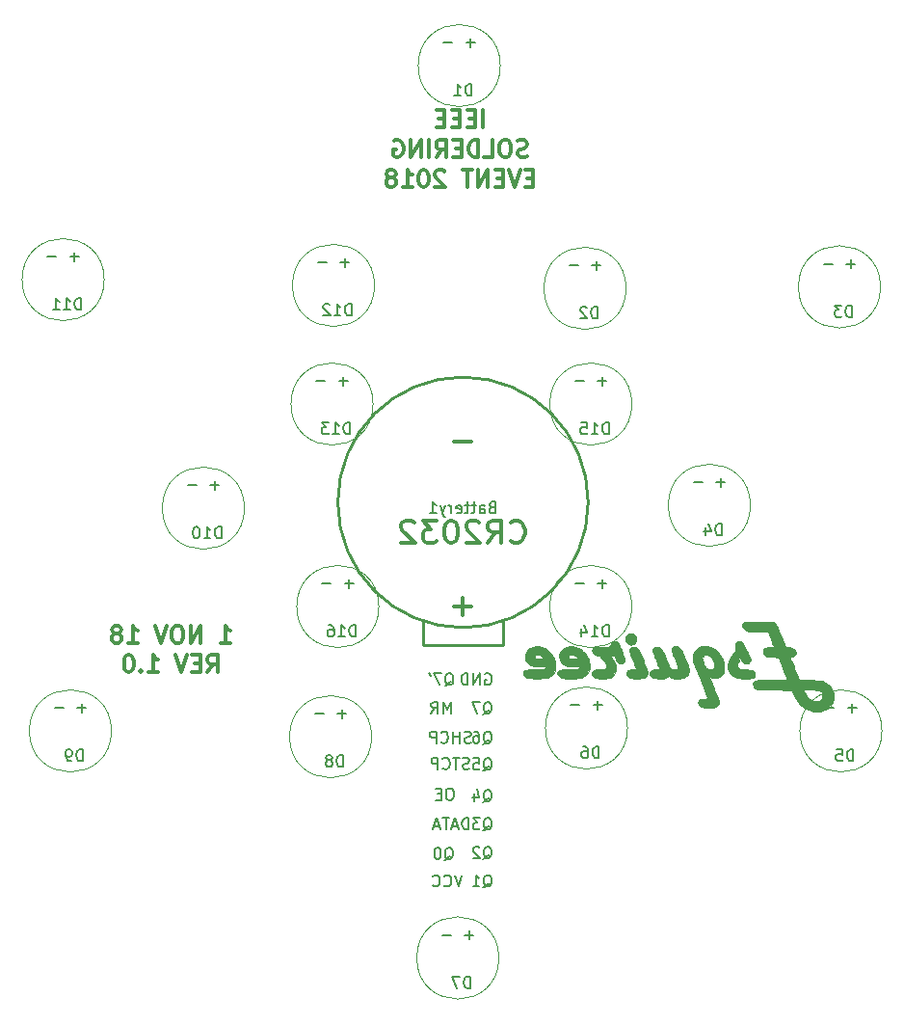
<source format=gbr>
G04 #@! TF.GenerationSoftware,KiCad,Pcbnew,(5.0.0)*
G04 #@! TF.CreationDate,2018-11-01T22:36:59-04:00*
G04 #@! TF.ProjectId,Snowflake,536E6F77666C616B652E6B696361645F,rev?*
G04 #@! TF.SameCoordinates,Original*
G04 #@! TF.FileFunction,Legend,Bot*
G04 #@! TF.FilePolarity,Positive*
%FSLAX46Y46*%
G04 Gerber Fmt 4.6, Leading zero omitted, Abs format (unit mm)*
G04 Created by KiCad (PCBNEW (5.0.0)) date 11/01/18 22:36:59*
%MOMM*%
%LPD*%
G01*
G04 APERTURE LIST*
%ADD10C,0.300000*%
%ADD11C,0.375000*%
%ADD12C,0.100000*%
%ADD13C,0.250000*%
%ADD14C,0.010000*%
%ADD15C,0.150000*%
G04 APERTURE END LIST*
D10*
X105957142Y-109893571D02*
X106814285Y-109893571D01*
X106385714Y-109893571D02*
X106385714Y-108393571D01*
X106528571Y-108607857D01*
X106671428Y-108750714D01*
X106814285Y-108822142D01*
X104171428Y-109893571D02*
X104171428Y-108393571D01*
X103314285Y-109893571D01*
X103314285Y-108393571D01*
X102314285Y-108393571D02*
X102028571Y-108393571D01*
X101885714Y-108465000D01*
X101742857Y-108607857D01*
X101671428Y-108893571D01*
X101671428Y-109393571D01*
X101742857Y-109679285D01*
X101885714Y-109822142D01*
X102028571Y-109893571D01*
X102314285Y-109893571D01*
X102457142Y-109822142D01*
X102600000Y-109679285D01*
X102671428Y-109393571D01*
X102671428Y-108893571D01*
X102600000Y-108607857D01*
X102457142Y-108465000D01*
X102314285Y-108393571D01*
X101242857Y-108393571D02*
X100742857Y-109893571D01*
X100242857Y-108393571D01*
X97814285Y-109893571D02*
X98671428Y-109893571D01*
X98242857Y-109893571D02*
X98242857Y-108393571D01*
X98385714Y-108607857D01*
X98528571Y-108750714D01*
X98671428Y-108822142D01*
X96957142Y-109036428D02*
X97100000Y-108965000D01*
X97171428Y-108893571D01*
X97242857Y-108750714D01*
X97242857Y-108679285D01*
X97171428Y-108536428D01*
X97100000Y-108465000D01*
X96957142Y-108393571D01*
X96671428Y-108393571D01*
X96528571Y-108465000D01*
X96457142Y-108536428D01*
X96385714Y-108679285D01*
X96385714Y-108750714D01*
X96457142Y-108893571D01*
X96528571Y-108965000D01*
X96671428Y-109036428D01*
X96957142Y-109036428D01*
X97100000Y-109107857D01*
X97171428Y-109179285D01*
X97242857Y-109322142D01*
X97242857Y-109607857D01*
X97171428Y-109750714D01*
X97100000Y-109822142D01*
X96957142Y-109893571D01*
X96671428Y-109893571D01*
X96528571Y-109822142D01*
X96457142Y-109750714D01*
X96385714Y-109607857D01*
X96385714Y-109322142D01*
X96457142Y-109179285D01*
X96528571Y-109107857D01*
X96671428Y-109036428D01*
X104814285Y-112443571D02*
X105314285Y-111729285D01*
X105671428Y-112443571D02*
X105671428Y-110943571D01*
X105100000Y-110943571D01*
X104957142Y-111015000D01*
X104885714Y-111086428D01*
X104814285Y-111229285D01*
X104814285Y-111443571D01*
X104885714Y-111586428D01*
X104957142Y-111657857D01*
X105100000Y-111729285D01*
X105671428Y-111729285D01*
X104171428Y-111657857D02*
X103671428Y-111657857D01*
X103457142Y-112443571D02*
X104171428Y-112443571D01*
X104171428Y-110943571D01*
X103457142Y-110943571D01*
X103028571Y-110943571D02*
X102528571Y-112443571D01*
X102028571Y-110943571D01*
X99600000Y-112443571D02*
X100457142Y-112443571D01*
X100028571Y-112443571D02*
X100028571Y-110943571D01*
X100171428Y-111157857D01*
X100314285Y-111300714D01*
X100457142Y-111372142D01*
X98957142Y-112300714D02*
X98885714Y-112372142D01*
X98957142Y-112443571D01*
X99028571Y-112372142D01*
X98957142Y-112300714D01*
X98957142Y-112443571D01*
X97957142Y-110943571D02*
X97814285Y-110943571D01*
X97671428Y-111015000D01*
X97600000Y-111086428D01*
X97528571Y-111229285D01*
X97457142Y-111515000D01*
X97457142Y-111872142D01*
X97528571Y-112157857D01*
X97600000Y-112300714D01*
X97671428Y-112372142D01*
X97814285Y-112443571D01*
X97957142Y-112443571D01*
X98100000Y-112372142D01*
X98171428Y-112300714D01*
X98242857Y-112157857D01*
X98314285Y-111872142D01*
X98314285Y-111515000D01*
X98242857Y-111229285D01*
X98171428Y-111086428D01*
X98100000Y-111015000D01*
X97957142Y-110943571D01*
D11*
X129035714Y-64601571D02*
X129035714Y-63101571D01*
X128321428Y-63815857D02*
X127821428Y-63815857D01*
X127607142Y-64601571D02*
X128321428Y-64601571D01*
X128321428Y-63101571D01*
X127607142Y-63101571D01*
X126964285Y-63815857D02*
X126464285Y-63815857D01*
X126250000Y-64601571D02*
X126964285Y-64601571D01*
X126964285Y-63101571D01*
X126250000Y-63101571D01*
X125607142Y-63815857D02*
X125107142Y-63815857D01*
X124892857Y-64601571D02*
X125607142Y-64601571D01*
X125607142Y-63101571D01*
X124892857Y-63101571D01*
X132892857Y-67155142D02*
X132678571Y-67226571D01*
X132321428Y-67226571D01*
X132178571Y-67155142D01*
X132107142Y-67083714D01*
X132035714Y-66940857D01*
X132035714Y-66798000D01*
X132107142Y-66655142D01*
X132178571Y-66583714D01*
X132321428Y-66512285D01*
X132607142Y-66440857D01*
X132750000Y-66369428D01*
X132821428Y-66298000D01*
X132892857Y-66155142D01*
X132892857Y-66012285D01*
X132821428Y-65869428D01*
X132750000Y-65798000D01*
X132607142Y-65726571D01*
X132250000Y-65726571D01*
X132035714Y-65798000D01*
X131107142Y-65726571D02*
X130821428Y-65726571D01*
X130678571Y-65798000D01*
X130535714Y-65940857D01*
X130464285Y-66226571D01*
X130464285Y-66726571D01*
X130535714Y-67012285D01*
X130678571Y-67155142D01*
X130821428Y-67226571D01*
X131107142Y-67226571D01*
X131250000Y-67155142D01*
X131392857Y-67012285D01*
X131464285Y-66726571D01*
X131464285Y-66226571D01*
X131392857Y-65940857D01*
X131250000Y-65798000D01*
X131107142Y-65726571D01*
X129107142Y-67226571D02*
X129821428Y-67226571D01*
X129821428Y-65726571D01*
X128607142Y-67226571D02*
X128607142Y-65726571D01*
X128250000Y-65726571D01*
X128035714Y-65798000D01*
X127892857Y-65940857D01*
X127821428Y-66083714D01*
X127750000Y-66369428D01*
X127750000Y-66583714D01*
X127821428Y-66869428D01*
X127892857Y-67012285D01*
X128035714Y-67155142D01*
X128250000Y-67226571D01*
X128607142Y-67226571D01*
X127107142Y-66440857D02*
X126607142Y-66440857D01*
X126392857Y-67226571D02*
X127107142Y-67226571D01*
X127107142Y-65726571D01*
X126392857Y-65726571D01*
X124892857Y-67226571D02*
X125392857Y-66512285D01*
X125750000Y-67226571D02*
X125750000Y-65726571D01*
X125178571Y-65726571D01*
X125035714Y-65798000D01*
X124964285Y-65869428D01*
X124892857Y-66012285D01*
X124892857Y-66226571D01*
X124964285Y-66369428D01*
X125035714Y-66440857D01*
X125178571Y-66512285D01*
X125750000Y-66512285D01*
X124250000Y-67226571D02*
X124250000Y-65726571D01*
X123535714Y-67226571D02*
X123535714Y-65726571D01*
X122678571Y-67226571D01*
X122678571Y-65726571D01*
X121178571Y-65798000D02*
X121321428Y-65726571D01*
X121535714Y-65726571D01*
X121750000Y-65798000D01*
X121892857Y-65940857D01*
X121964285Y-66083714D01*
X122035714Y-66369428D01*
X122035714Y-66583714D01*
X121964285Y-66869428D01*
X121892857Y-67012285D01*
X121750000Y-67155142D01*
X121535714Y-67226571D01*
X121392857Y-67226571D01*
X121178571Y-67155142D01*
X121107142Y-67083714D01*
X121107142Y-66583714D01*
X121392857Y-66583714D01*
X133428571Y-69065857D02*
X132928571Y-69065857D01*
X132714285Y-69851571D02*
X133428571Y-69851571D01*
X133428571Y-68351571D01*
X132714285Y-68351571D01*
X132285714Y-68351571D02*
X131785714Y-69851571D01*
X131285714Y-68351571D01*
X130785714Y-69065857D02*
X130285714Y-69065857D01*
X130071428Y-69851571D02*
X130785714Y-69851571D01*
X130785714Y-68351571D01*
X130071428Y-68351571D01*
X129428571Y-69851571D02*
X129428571Y-68351571D01*
X128571428Y-69851571D01*
X128571428Y-68351571D01*
X128071428Y-68351571D02*
X127214285Y-68351571D01*
X127642857Y-69851571D02*
X127642857Y-68351571D01*
X125642857Y-68494428D02*
X125571428Y-68423000D01*
X125428571Y-68351571D01*
X125071428Y-68351571D01*
X124928571Y-68423000D01*
X124857142Y-68494428D01*
X124785714Y-68637285D01*
X124785714Y-68780142D01*
X124857142Y-68994428D01*
X125714285Y-69851571D01*
X124785714Y-69851571D01*
X123857142Y-68351571D02*
X123714285Y-68351571D01*
X123571428Y-68423000D01*
X123500000Y-68494428D01*
X123428571Y-68637285D01*
X123357142Y-68923000D01*
X123357142Y-69280142D01*
X123428571Y-69565857D01*
X123500000Y-69708714D01*
X123571428Y-69780142D01*
X123714285Y-69851571D01*
X123857142Y-69851571D01*
X124000000Y-69780142D01*
X124071428Y-69708714D01*
X124142857Y-69565857D01*
X124214285Y-69280142D01*
X124214285Y-68923000D01*
X124142857Y-68637285D01*
X124071428Y-68494428D01*
X124000000Y-68423000D01*
X123857142Y-68351571D01*
X121928571Y-69851571D02*
X122785714Y-69851571D01*
X122357142Y-69851571D02*
X122357142Y-68351571D01*
X122500000Y-68565857D01*
X122642857Y-68708714D01*
X122785714Y-68780142D01*
X121071428Y-68994428D02*
X121214285Y-68923000D01*
X121285714Y-68851571D01*
X121357142Y-68708714D01*
X121357142Y-68637285D01*
X121285714Y-68494428D01*
X121214285Y-68423000D01*
X121071428Y-68351571D01*
X120785714Y-68351571D01*
X120642857Y-68423000D01*
X120571428Y-68494428D01*
X120500000Y-68637285D01*
X120500000Y-68708714D01*
X120571428Y-68851571D01*
X120642857Y-68923000D01*
X120785714Y-68994428D01*
X121071428Y-68994428D01*
X121214285Y-69065857D01*
X121285714Y-69137285D01*
X121357142Y-69280142D01*
X121357142Y-69565857D01*
X121285714Y-69708714D01*
X121214285Y-69780142D01*
X121071428Y-69851571D01*
X120785714Y-69851571D01*
X120642857Y-69780142D01*
X120571428Y-69708714D01*
X120500000Y-69565857D01*
X120500000Y-69280142D01*
X120571428Y-69137285D01*
X120642857Y-69065857D01*
X120785714Y-68994428D01*
D12*
G04 #@! TO.C,D1*
X130530600Y-59182000D02*
G75*
G03X130530600Y-59182000I-3606800J0D01*
G01*
G04 #@! TO.C,D2*
X141579600Y-78740000D02*
G75*
G03X141579600Y-78740000I-3606800J0D01*
G01*
G04 #@! TO.C,D3*
X163931600Y-78613000D02*
G75*
G03X163931600Y-78613000I-3606800J0D01*
G01*
G04 #@! TO.C,D4*
X152501600Y-97790000D02*
G75*
G03X152501600Y-97790000I-3606800J0D01*
G01*
G04 #@! TO.C,D5*
X164058600Y-117602000D02*
G75*
G03X164058600Y-117602000I-3606800J0D01*
G01*
G04 #@! TO.C,D6*
X141706600Y-117348000D02*
G75*
G03X141706600Y-117348000I-3606800J0D01*
G01*
G04 #@! TO.C,D7*
X130403600Y-137541000D02*
G75*
G03X130403600Y-137541000I-3606800J0D01*
G01*
G04 #@! TO.C,D8*
X119227600Y-118110000D02*
G75*
G03X119227600Y-118110000I-3606800J0D01*
G01*
G04 #@! TO.C,D9*
X96367600Y-117602000D02*
G75*
G03X96367600Y-117602000I-3606800J0D01*
G01*
G04 #@! TO.C,D10*
X108051600Y-98044000D02*
G75*
G03X108051600Y-98044000I-3606800J0D01*
G01*
G04 #@! TO.C,D11*
X95732600Y-77978000D02*
G75*
G03X95732600Y-77978000I-3606800J0D01*
G01*
G04 #@! TO.C,D12*
X119481600Y-78486000D02*
G75*
G03X119481600Y-78486000I-3606800J0D01*
G01*
G04 #@! TO.C,D13*
X119354600Y-88900000D02*
G75*
G03X119354600Y-88900000I-3606800J0D01*
G01*
G04 #@! TO.C,D14*
X142087600Y-106680000D02*
G75*
G03X142087600Y-106680000I-3606800J0D01*
G01*
G04 #@! TO.C,D15*
X142087600Y-88900000D02*
G75*
G03X142087600Y-88900000I-3606800J0D01*
G01*
G04 #@! TO.C,D16*
X119862600Y-106680000D02*
G75*
G03X119862600Y-106680000I-3606800J0D01*
G01*
D13*
G04 #@! TO.C,Battery1*
X127254000Y-110036000D02*
X130754000Y-110036000D01*
X130754000Y-110036000D02*
X130754000Y-108036000D01*
X127254000Y-110036000D02*
X124254000Y-110036000D01*
X124254000Y-110036000D02*
X123754000Y-110036000D01*
X123754000Y-110036000D02*
X123754000Y-108036000D01*
X138254000Y-97536000D02*
G75*
G03X138254000Y-97536000I-11000000J0D01*
G01*
D14*
G04 #@! TO.C,G\002A\002A\002A*
G36*
X141824504Y-109057605D02*
X141723694Y-109107097D01*
X141604679Y-109219086D01*
X141529694Y-109354740D01*
X141499403Y-109503036D01*
X141514472Y-109652949D01*
X141575566Y-109793458D01*
X141675419Y-109906998D01*
X141768753Y-109966696D01*
X141881073Y-110012828D01*
X141985915Y-110035329D01*
X142014223Y-110035861D01*
X142072269Y-110026256D01*
X142133000Y-110010549D01*
X142266517Y-109943280D01*
X142378033Y-109835966D01*
X142456887Y-109702863D01*
X142492415Y-109558232D01*
X142493381Y-109528589D01*
X142466156Y-109379264D01*
X142393025Y-109240019D01*
X142283955Y-109128932D01*
X142266154Y-109116503D01*
X142125394Y-109052884D01*
X141972589Y-109033154D01*
X141824504Y-109057605D01*
X141824504Y-109057605D01*
G37*
X141824504Y-109057605D02*
X141723694Y-109107097D01*
X141604679Y-109219086D01*
X141529694Y-109354740D01*
X141499403Y-109503036D01*
X141514472Y-109652949D01*
X141575566Y-109793458D01*
X141675419Y-109906998D01*
X141768753Y-109966696D01*
X141881073Y-110012828D01*
X141985915Y-110035329D01*
X142014223Y-110035861D01*
X142072269Y-110026256D01*
X142133000Y-110010549D01*
X142266517Y-109943280D01*
X142378033Y-109835966D01*
X142456887Y-109702863D01*
X142492415Y-109558232D01*
X142493381Y-109528589D01*
X142466156Y-109379264D01*
X142393025Y-109240019D01*
X142283955Y-109128932D01*
X142266154Y-109116503D01*
X142125394Y-109052884D01*
X141972589Y-109033154D01*
X141824504Y-109057605D01*
G36*
X133648679Y-110159236D02*
X133398000Y-110201004D01*
X133182567Y-110283463D01*
X133005111Y-110403884D01*
X132868361Y-110559540D01*
X132775049Y-110747704D01*
X132727903Y-110965648D01*
X132722492Y-111084432D01*
X132749207Y-111299863D01*
X132824850Y-111489486D01*
X132946927Y-111649260D01*
X133112947Y-111775145D01*
X133165669Y-111803136D01*
X133295103Y-111850967D01*
X133465550Y-111886930D01*
X133680891Y-111911508D01*
X133945004Y-111925183D01*
X134175500Y-111928568D01*
X134316987Y-111929560D01*
X134411428Y-111932781D01*
X134468217Y-111939763D01*
X134496747Y-111952038D01*
X134506413Y-111971138D01*
X134507111Y-111982651D01*
X134481122Y-112060065D01*
X134411529Y-112130311D01*
X134312400Y-112180156D01*
X134249151Y-112190976D01*
X134134865Y-112199765D01*
X133974917Y-112206299D01*
X133774686Y-112210356D01*
X133550400Y-112211713D01*
X133353294Y-112212979D01*
X133170674Y-112216449D01*
X133011851Y-112221769D01*
X132886134Y-112228586D01*
X132802832Y-112236548D01*
X132779784Y-112240907D01*
X132663555Y-112295200D01*
X132592403Y-112382220D01*
X132564888Y-112504202D01*
X132566433Y-112572013D01*
X132584270Y-112681790D01*
X132622997Y-112762527D01*
X132660930Y-112808322D01*
X132713093Y-112860516D01*
X132764886Y-112901323D01*
X132823945Y-112932223D01*
X132897908Y-112954697D01*
X132994412Y-112970225D01*
X133121096Y-112980286D01*
X133285596Y-112986362D01*
X133495550Y-112989931D01*
X133604000Y-112991087D01*
X133805336Y-112991796D01*
X133999928Y-112990219D01*
X134176596Y-112986617D01*
X134324162Y-112981254D01*
X134431447Y-112974392D01*
X134463301Y-112970926D01*
X134712707Y-112913404D01*
X134924503Y-112814816D01*
X135097400Y-112677306D01*
X135230105Y-112503015D01*
X135321329Y-112294085D01*
X135369782Y-112052659D01*
X135374172Y-111780880D01*
X135340038Y-111515538D01*
X135274852Y-111268239D01*
X135267566Y-111252000D01*
X134343321Y-111252000D01*
X134023050Y-111251584D01*
X133857295Y-111247843D01*
X133729235Y-111237586D01*
X133646921Y-111221552D01*
X133632223Y-111215662D01*
X133568897Y-111157468D01*
X133549453Y-111079288D01*
X133574397Y-110997254D01*
X133623622Y-110942045D01*
X133726581Y-110894398D01*
X133850432Y-110888290D01*
X133982813Y-110919649D01*
X134111361Y-110984405D01*
X134223714Y-111078489D01*
X134286514Y-111160278D01*
X134343321Y-111252000D01*
X135267566Y-111252000D01*
X135174727Y-111045099D01*
X135032880Y-110833874D01*
X134848490Y-110628268D01*
X134624938Y-110432337D01*
X134397084Y-110290247D01*
X134158383Y-110199439D01*
X133902289Y-110157353D01*
X133648679Y-110159236D01*
X133648679Y-110159236D01*
G37*
X133648679Y-110159236D02*
X133398000Y-110201004D01*
X133182567Y-110283463D01*
X133005111Y-110403884D01*
X132868361Y-110559540D01*
X132775049Y-110747704D01*
X132727903Y-110965648D01*
X132722492Y-111084432D01*
X132749207Y-111299863D01*
X132824850Y-111489486D01*
X132946927Y-111649260D01*
X133112947Y-111775145D01*
X133165669Y-111803136D01*
X133295103Y-111850967D01*
X133465550Y-111886930D01*
X133680891Y-111911508D01*
X133945004Y-111925183D01*
X134175500Y-111928568D01*
X134316987Y-111929560D01*
X134411428Y-111932781D01*
X134468217Y-111939763D01*
X134496747Y-111952038D01*
X134506413Y-111971138D01*
X134507111Y-111982651D01*
X134481122Y-112060065D01*
X134411529Y-112130311D01*
X134312400Y-112180156D01*
X134249151Y-112190976D01*
X134134865Y-112199765D01*
X133974917Y-112206299D01*
X133774686Y-112210356D01*
X133550400Y-112211713D01*
X133353294Y-112212979D01*
X133170674Y-112216449D01*
X133011851Y-112221769D01*
X132886134Y-112228586D01*
X132802832Y-112236548D01*
X132779784Y-112240907D01*
X132663555Y-112295200D01*
X132592403Y-112382220D01*
X132564888Y-112504202D01*
X132566433Y-112572013D01*
X132584270Y-112681790D01*
X132622997Y-112762527D01*
X132660930Y-112808322D01*
X132713093Y-112860516D01*
X132764886Y-112901323D01*
X132823945Y-112932223D01*
X132897908Y-112954697D01*
X132994412Y-112970225D01*
X133121096Y-112980286D01*
X133285596Y-112986362D01*
X133495550Y-112989931D01*
X133604000Y-112991087D01*
X133805336Y-112991796D01*
X133999928Y-112990219D01*
X134176596Y-112986617D01*
X134324162Y-112981254D01*
X134431447Y-112974392D01*
X134463301Y-112970926D01*
X134712707Y-112913404D01*
X134924503Y-112814816D01*
X135097400Y-112677306D01*
X135230105Y-112503015D01*
X135321329Y-112294085D01*
X135369782Y-112052659D01*
X135374172Y-111780880D01*
X135340038Y-111515538D01*
X135274852Y-111268239D01*
X135267566Y-111252000D01*
X134343321Y-111252000D01*
X134023050Y-111251584D01*
X133857295Y-111247843D01*
X133729235Y-111237586D01*
X133646921Y-111221552D01*
X133632223Y-111215662D01*
X133568897Y-111157468D01*
X133549453Y-111079288D01*
X133574397Y-110997254D01*
X133623622Y-110942045D01*
X133726581Y-110894398D01*
X133850432Y-110888290D01*
X133982813Y-110919649D01*
X134111361Y-110984405D01*
X134223714Y-111078489D01*
X134286514Y-111160278D01*
X134343321Y-111252000D01*
X135267566Y-111252000D01*
X135174727Y-111045099D01*
X135032880Y-110833874D01*
X134848490Y-110628268D01*
X134624938Y-110432337D01*
X134397084Y-110290247D01*
X134158383Y-110199439D01*
X133902289Y-110157353D01*
X133648679Y-110159236D01*
G36*
X136640235Y-110159236D02*
X136389556Y-110201004D01*
X136174123Y-110283463D01*
X135996666Y-110403884D01*
X135859917Y-110559540D01*
X135766604Y-110747704D01*
X135719458Y-110965648D01*
X135714048Y-111084432D01*
X135740763Y-111299863D01*
X135816405Y-111489486D01*
X135938482Y-111649260D01*
X136104503Y-111775145D01*
X136157225Y-111803136D01*
X136286658Y-111850967D01*
X136457106Y-111886930D01*
X136672446Y-111911508D01*
X136936560Y-111925183D01*
X137167056Y-111928568D01*
X137308543Y-111929560D01*
X137402984Y-111932781D01*
X137459773Y-111939763D01*
X137488303Y-111952038D01*
X137497969Y-111971138D01*
X137498667Y-111982651D01*
X137472677Y-112060065D01*
X137403085Y-112130311D01*
X137303956Y-112180156D01*
X137240707Y-112190976D01*
X137126420Y-112199765D01*
X136966473Y-112206299D01*
X136766242Y-112210356D01*
X136541956Y-112211713D01*
X136344849Y-112212979D01*
X136162230Y-112216449D01*
X136003407Y-112221769D01*
X135877690Y-112228586D01*
X135794388Y-112236548D01*
X135771340Y-112240907D01*
X135655420Y-112298911D01*
X135580370Y-112393542D01*
X135551491Y-112517867D01*
X135551334Y-112528596D01*
X135575625Y-112682497D01*
X135647452Y-112806979D01*
X135765245Y-112900451D01*
X135927433Y-112961326D01*
X135991703Y-112974199D01*
X136084078Y-112983747D01*
X136221082Y-112990750D01*
X136390959Y-112995244D01*
X136581953Y-112997263D01*
X136782308Y-112996844D01*
X136980268Y-112994022D01*
X137164076Y-112988831D01*
X137321976Y-112981307D01*
X137442212Y-112971486D01*
X137456334Y-112969809D01*
X137699893Y-112914659D01*
X137908715Y-112816665D01*
X138080942Y-112678861D01*
X138214717Y-112504282D01*
X138308181Y-112295962D01*
X138359478Y-112056935D01*
X138366750Y-111790237D01*
X138335099Y-111534222D01*
X138272444Y-111287340D01*
X138257427Y-111252000D01*
X137334877Y-111252000D01*
X137014605Y-111251584D01*
X136848851Y-111247843D01*
X136720791Y-111237586D01*
X136638476Y-111221552D01*
X136623778Y-111215662D01*
X136560453Y-111157468D01*
X136541008Y-111079288D01*
X136565952Y-110997254D01*
X136615178Y-110942045D01*
X136718136Y-110894398D01*
X136841987Y-110888290D01*
X136974368Y-110919649D01*
X137102917Y-110984405D01*
X137215270Y-111078489D01*
X137278070Y-111160278D01*
X137334877Y-111252000D01*
X138257427Y-111252000D01*
X138179636Y-111068943D01*
X138049051Y-110865083D01*
X137873067Y-110661811D01*
X137840046Y-110628268D01*
X137616493Y-110432337D01*
X137388640Y-110290247D01*
X137149939Y-110199439D01*
X136893844Y-110157353D01*
X136640235Y-110159236D01*
X136640235Y-110159236D01*
G37*
X136640235Y-110159236D02*
X136389556Y-110201004D01*
X136174123Y-110283463D01*
X135996666Y-110403884D01*
X135859917Y-110559540D01*
X135766604Y-110747704D01*
X135719458Y-110965648D01*
X135714048Y-111084432D01*
X135740763Y-111299863D01*
X135816405Y-111489486D01*
X135938482Y-111649260D01*
X136104503Y-111775145D01*
X136157225Y-111803136D01*
X136286658Y-111850967D01*
X136457106Y-111886930D01*
X136672446Y-111911508D01*
X136936560Y-111925183D01*
X137167056Y-111928568D01*
X137308543Y-111929560D01*
X137402984Y-111932781D01*
X137459773Y-111939763D01*
X137488303Y-111952038D01*
X137497969Y-111971138D01*
X137498667Y-111982651D01*
X137472677Y-112060065D01*
X137403085Y-112130311D01*
X137303956Y-112180156D01*
X137240707Y-112190976D01*
X137126420Y-112199765D01*
X136966473Y-112206299D01*
X136766242Y-112210356D01*
X136541956Y-112211713D01*
X136344849Y-112212979D01*
X136162230Y-112216449D01*
X136003407Y-112221769D01*
X135877690Y-112228586D01*
X135794388Y-112236548D01*
X135771340Y-112240907D01*
X135655420Y-112298911D01*
X135580370Y-112393542D01*
X135551491Y-112517867D01*
X135551334Y-112528596D01*
X135575625Y-112682497D01*
X135647452Y-112806979D01*
X135765245Y-112900451D01*
X135927433Y-112961326D01*
X135991703Y-112974199D01*
X136084078Y-112983747D01*
X136221082Y-112990750D01*
X136390959Y-112995244D01*
X136581953Y-112997263D01*
X136782308Y-112996844D01*
X136980268Y-112994022D01*
X137164076Y-112988831D01*
X137321976Y-112981307D01*
X137442212Y-112971486D01*
X137456334Y-112969809D01*
X137699893Y-112914659D01*
X137908715Y-112816665D01*
X138080942Y-112678861D01*
X138214717Y-112504282D01*
X138308181Y-112295962D01*
X138359478Y-112056935D01*
X138366750Y-111790237D01*
X138335099Y-111534222D01*
X138272444Y-111287340D01*
X138257427Y-111252000D01*
X137334877Y-111252000D01*
X137014605Y-111251584D01*
X136848851Y-111247843D01*
X136720791Y-111237586D01*
X136638476Y-111221552D01*
X136623778Y-111215662D01*
X136560453Y-111157468D01*
X136541008Y-111079288D01*
X136565952Y-110997254D01*
X136615178Y-110942045D01*
X136718136Y-110894398D01*
X136841987Y-110888290D01*
X136974368Y-110919649D01*
X137102917Y-110984405D01*
X137215270Y-111078489D01*
X137278070Y-111160278D01*
X137334877Y-111252000D01*
X138257427Y-111252000D01*
X138179636Y-111068943D01*
X138049051Y-110865083D01*
X137873067Y-110661811D01*
X137840046Y-110628268D01*
X137616493Y-110432337D01*
X137388640Y-110290247D01*
X137149939Y-110199439D01*
X136893844Y-110157353D01*
X136640235Y-110159236D01*
G36*
X140427638Y-109723759D02*
X140330084Y-109796366D01*
X140258204Y-109918593D01*
X140234997Y-109986371D01*
X140192762Y-110096520D01*
X140141354Y-110159924D01*
X140122108Y-110171861D01*
X140071516Y-110185499D01*
X139978323Y-110195668D01*
X139838877Y-110202565D01*
X139649530Y-110206388D01*
X139466261Y-110207362D01*
X139240937Y-110208698D01*
X139064695Y-110213211D01*
X138930202Y-110222195D01*
X138830127Y-110236943D01*
X138757137Y-110258748D01*
X138703902Y-110288904D01*
X138663088Y-110328705D01*
X138645355Y-110352187D01*
X138609265Y-110444310D01*
X138600940Y-110561902D01*
X138619853Y-110681592D01*
X138654636Y-110763796D01*
X138748117Y-110865594D01*
X138886120Y-110935970D01*
X139048026Y-110973011D01*
X139139866Y-110991129D01*
X139212239Y-111022806D01*
X139286529Y-111079524D01*
X139340754Y-111130190D01*
X139452368Y-111247432D01*
X139563193Y-111379696D01*
X139662263Y-111512542D01*
X139738614Y-111631534D01*
X139772680Y-111698881D01*
X139800235Y-111795259D01*
X139812812Y-111899302D01*
X139812889Y-111906413D01*
X139804244Y-112009017D01*
X139774129Y-112086652D01*
X139716272Y-112142469D01*
X139624402Y-112179624D01*
X139492249Y-112201269D01*
X139313542Y-112210559D01*
X139206111Y-112211555D01*
X138993087Y-112217292D01*
X138830014Y-112236351D01*
X138711393Y-112271507D01*
X138631726Y-112325535D01*
X138585514Y-112401207D01*
X138567259Y-112501299D01*
X138566408Y-112534298D01*
X138588148Y-112683240D01*
X138655617Y-112801879D01*
X138772189Y-112895476D01*
X138811474Y-112916616D01*
X138866855Y-112942480D01*
X138920189Y-112961249D01*
X138981962Y-112974203D01*
X139062657Y-112982623D01*
X139172760Y-112987792D01*
X139322756Y-112990991D01*
X139431889Y-112992445D01*
X139601580Y-112993011D01*
X139761346Y-112990857D01*
X139898432Y-112986353D01*
X140000081Y-112979868D01*
X140040912Y-112974801D01*
X140241609Y-112912341D01*
X140409617Y-112805843D01*
X140542057Y-112659200D01*
X140636049Y-112476307D01*
X140688712Y-112261057D01*
X140699395Y-112084555D01*
X140689668Y-111923673D01*
X140660050Y-111779214D01*
X140605270Y-111638066D01*
X140520054Y-111487115D01*
X140399132Y-111313247D01*
X140377853Y-111284733D01*
X140300211Y-111180474D01*
X140236853Y-111093626D01*
X140194484Y-111033499D01*
X140179778Y-111009566D01*
X140205534Y-111003688D01*
X140272946Y-110999523D01*
X140364108Y-110998000D01*
X140467869Y-111000782D01*
X140528206Y-111011234D01*
X140557959Y-111032508D01*
X140565113Y-111047389D01*
X140584246Y-111094126D01*
X140621219Y-111177081D01*
X140669438Y-111281593D01*
X140692128Y-111329807D01*
X140781058Y-111493778D01*
X140871016Y-111606574D01*
X140968401Y-111673208D01*
X141079612Y-111698695D01*
X141159428Y-111695907D01*
X141256718Y-111675777D01*
X141331437Y-111632047D01*
X141388619Y-111576139D01*
X141446813Y-111505913D01*
X141472098Y-111448046D01*
X141473687Y-111377330D01*
X141471020Y-111350718D01*
X141456044Y-111287418D01*
X141422400Y-111181892D01*
X141373828Y-111043724D01*
X141314068Y-110882492D01*
X141246860Y-110707780D01*
X141175945Y-110529168D01*
X141105062Y-110356238D01*
X141037951Y-110198570D01*
X140978352Y-110065746D01*
X140933908Y-109974753D01*
X140840123Y-109832958D01*
X140732306Y-109743487D01*
X140605829Y-109703007D01*
X140551965Y-109699778D01*
X140427638Y-109723759D01*
X140427638Y-109723759D01*
G37*
X140427638Y-109723759D02*
X140330084Y-109796366D01*
X140258204Y-109918593D01*
X140234997Y-109986371D01*
X140192762Y-110096520D01*
X140141354Y-110159924D01*
X140122108Y-110171861D01*
X140071516Y-110185499D01*
X139978323Y-110195668D01*
X139838877Y-110202565D01*
X139649530Y-110206388D01*
X139466261Y-110207362D01*
X139240937Y-110208698D01*
X139064695Y-110213211D01*
X138930202Y-110222195D01*
X138830127Y-110236943D01*
X138757137Y-110258748D01*
X138703902Y-110288904D01*
X138663088Y-110328705D01*
X138645355Y-110352187D01*
X138609265Y-110444310D01*
X138600940Y-110561902D01*
X138619853Y-110681592D01*
X138654636Y-110763796D01*
X138748117Y-110865594D01*
X138886120Y-110935970D01*
X139048026Y-110973011D01*
X139139866Y-110991129D01*
X139212239Y-111022806D01*
X139286529Y-111079524D01*
X139340754Y-111130190D01*
X139452368Y-111247432D01*
X139563193Y-111379696D01*
X139662263Y-111512542D01*
X139738614Y-111631534D01*
X139772680Y-111698881D01*
X139800235Y-111795259D01*
X139812812Y-111899302D01*
X139812889Y-111906413D01*
X139804244Y-112009017D01*
X139774129Y-112086652D01*
X139716272Y-112142469D01*
X139624402Y-112179624D01*
X139492249Y-112201269D01*
X139313542Y-112210559D01*
X139206111Y-112211555D01*
X138993087Y-112217292D01*
X138830014Y-112236351D01*
X138711393Y-112271507D01*
X138631726Y-112325535D01*
X138585514Y-112401207D01*
X138567259Y-112501299D01*
X138566408Y-112534298D01*
X138588148Y-112683240D01*
X138655617Y-112801879D01*
X138772189Y-112895476D01*
X138811474Y-112916616D01*
X138866855Y-112942480D01*
X138920189Y-112961249D01*
X138981962Y-112974203D01*
X139062657Y-112982623D01*
X139172760Y-112987792D01*
X139322756Y-112990991D01*
X139431889Y-112992445D01*
X139601580Y-112993011D01*
X139761346Y-112990857D01*
X139898432Y-112986353D01*
X140000081Y-112979868D01*
X140040912Y-112974801D01*
X140241609Y-112912341D01*
X140409617Y-112805843D01*
X140542057Y-112659200D01*
X140636049Y-112476307D01*
X140688712Y-112261057D01*
X140699395Y-112084555D01*
X140689668Y-111923673D01*
X140660050Y-111779214D01*
X140605270Y-111638066D01*
X140520054Y-111487115D01*
X140399132Y-111313247D01*
X140377853Y-111284733D01*
X140300211Y-111180474D01*
X140236853Y-111093626D01*
X140194484Y-111033499D01*
X140179778Y-111009566D01*
X140205534Y-111003688D01*
X140272946Y-110999523D01*
X140364108Y-110998000D01*
X140467869Y-111000782D01*
X140528206Y-111011234D01*
X140557959Y-111032508D01*
X140565113Y-111047389D01*
X140584246Y-111094126D01*
X140621219Y-111177081D01*
X140669438Y-111281593D01*
X140692128Y-111329807D01*
X140781058Y-111493778D01*
X140871016Y-111606574D01*
X140968401Y-111673208D01*
X141079612Y-111698695D01*
X141159428Y-111695907D01*
X141256718Y-111675777D01*
X141331437Y-111632047D01*
X141388619Y-111576139D01*
X141446813Y-111505913D01*
X141472098Y-111448046D01*
X141473687Y-111377330D01*
X141471020Y-111350718D01*
X141456044Y-111287418D01*
X141422400Y-111181892D01*
X141373828Y-111043724D01*
X141314068Y-110882492D01*
X141246860Y-110707780D01*
X141175945Y-110529168D01*
X141105062Y-110356238D01*
X141037951Y-110198570D01*
X140978352Y-110065746D01*
X140933908Y-109974753D01*
X140840123Y-109832958D01*
X140732306Y-109743487D01*
X140605829Y-109703007D01*
X140551965Y-109699778D01*
X140427638Y-109723759D01*
G36*
X142162265Y-110215908D02*
X142042487Y-110252114D01*
X142023079Y-110262817D01*
X141960107Y-110307102D01*
X141914012Y-110356780D01*
X141885507Y-110417280D01*
X141875303Y-110494030D01*
X141884113Y-110592460D01*
X141912648Y-110717998D01*
X141961620Y-110876073D01*
X142031742Y-111072114D01*
X142123724Y-111311550D01*
X142178925Y-111451220D01*
X142254022Y-111640745D01*
X142321777Y-111813050D01*
X142379507Y-111961205D01*
X142424529Y-112078282D01*
X142454159Y-112157351D01*
X142465715Y-112191483D01*
X142465778Y-112192053D01*
X142439557Y-112200264D01*
X142368883Y-112206769D01*
X142265743Y-112210734D01*
X142185393Y-112211555D01*
X141985288Y-112218973D01*
X141834605Y-112243238D01*
X141728044Y-112287370D01*
X141660303Y-112354387D01*
X141626081Y-112447309D01*
X141619217Y-112533975D01*
X141639073Y-112684083D01*
X141701688Y-112800762D01*
X141812010Y-112891821D01*
X141863298Y-112919323D01*
X141921374Y-112945116D01*
X141979608Y-112963536D01*
X142049282Y-112976011D01*
X142141680Y-112983971D01*
X142268083Y-112988842D01*
X142437556Y-112992022D01*
X142600733Y-112992733D01*
X142754626Y-112990415D01*
X142885461Y-112985487D01*
X142979461Y-112978365D01*
X143004739Y-112974804D01*
X143188314Y-112920791D01*
X143329580Y-112834920D01*
X143425820Y-112720419D01*
X143474318Y-112580517D01*
X143472453Y-112419022D01*
X143458967Y-112374127D01*
X143427022Y-112284582D01*
X143379621Y-112157942D01*
X143319769Y-112001759D01*
X143250471Y-111823589D01*
X143174731Y-111630985D01*
X143095553Y-111431501D01*
X143015943Y-111232691D01*
X142938904Y-111042110D01*
X142867442Y-110867311D01*
X142804560Y-110715848D01*
X142753263Y-110595276D01*
X142716556Y-110513148D01*
X142705210Y-110490000D01*
X142634918Y-110392483D01*
X142537935Y-110302526D01*
X142437512Y-110241333D01*
X142428663Y-110237795D01*
X142299582Y-110210605D01*
X142162265Y-110215908D01*
X142162265Y-110215908D01*
G37*
X142162265Y-110215908D02*
X142042487Y-110252114D01*
X142023079Y-110262817D01*
X141960107Y-110307102D01*
X141914012Y-110356780D01*
X141885507Y-110417280D01*
X141875303Y-110494030D01*
X141884113Y-110592460D01*
X141912648Y-110717998D01*
X141961620Y-110876073D01*
X142031742Y-111072114D01*
X142123724Y-111311550D01*
X142178925Y-111451220D01*
X142254022Y-111640745D01*
X142321777Y-111813050D01*
X142379507Y-111961205D01*
X142424529Y-112078282D01*
X142454159Y-112157351D01*
X142465715Y-112191483D01*
X142465778Y-112192053D01*
X142439557Y-112200264D01*
X142368883Y-112206769D01*
X142265743Y-112210734D01*
X142185393Y-112211555D01*
X141985288Y-112218973D01*
X141834605Y-112243238D01*
X141728044Y-112287370D01*
X141660303Y-112354387D01*
X141626081Y-112447309D01*
X141619217Y-112533975D01*
X141639073Y-112684083D01*
X141701688Y-112800762D01*
X141812010Y-112891821D01*
X141863298Y-112919323D01*
X141921374Y-112945116D01*
X141979608Y-112963536D01*
X142049282Y-112976011D01*
X142141680Y-112983971D01*
X142268083Y-112988842D01*
X142437556Y-112992022D01*
X142600733Y-112992733D01*
X142754626Y-112990415D01*
X142885461Y-112985487D01*
X142979461Y-112978365D01*
X143004739Y-112974804D01*
X143188314Y-112920791D01*
X143329580Y-112834920D01*
X143425820Y-112720419D01*
X143474318Y-112580517D01*
X143472453Y-112419022D01*
X143458967Y-112374127D01*
X143427022Y-112284582D01*
X143379621Y-112157942D01*
X143319769Y-112001759D01*
X143250471Y-111823589D01*
X143174731Y-111630985D01*
X143095553Y-111431501D01*
X143015943Y-111232691D01*
X142938904Y-111042110D01*
X142867442Y-110867311D01*
X142804560Y-110715848D01*
X142753263Y-110595276D01*
X142716556Y-110513148D01*
X142705210Y-110490000D01*
X142634918Y-110392483D01*
X142537935Y-110302526D01*
X142437512Y-110241333D01*
X142428663Y-110237795D01*
X142299582Y-110210605D01*
X142162265Y-110215908D01*
G36*
X145806969Y-110177713D02*
X145701664Y-110236904D01*
X145623200Y-110336264D01*
X145610648Y-110363214D01*
X145592976Y-110417455D01*
X145586417Y-110476749D01*
X145592828Y-110548296D01*
X145614064Y-110639298D01*
X145651980Y-110756955D01*
X145708432Y-110908467D01*
X145785275Y-111101034D01*
X145827159Y-111203386D01*
X145922160Y-111435978D01*
X145996706Y-111622528D01*
X146052854Y-111768755D01*
X146092659Y-111880379D01*
X146118175Y-111963120D01*
X146131459Y-112022697D01*
X146134667Y-112059151D01*
X146110948Y-112132027D01*
X146046723Y-112180838D01*
X145952394Y-112205905D01*
X145838360Y-112207546D01*
X145715022Y-112186082D01*
X145592779Y-112141834D01*
X145482032Y-112075120D01*
X145438592Y-112037734D01*
X145402987Y-111994543D01*
X145361212Y-111926055D01*
X145310661Y-111826809D01*
X145248727Y-111691346D01*
X145172804Y-111514205D01*
X145080286Y-111289926D01*
X145072621Y-111271092D01*
X144970305Y-111022537D01*
X144884080Y-110821154D01*
X144810670Y-110661101D01*
X144746799Y-110536531D01*
X144689190Y-110441600D01*
X144634568Y-110370464D01*
X144579657Y-110317278D01*
X144521181Y-110276197D01*
X144511889Y-110270712D01*
X144373787Y-110218536D01*
X144231359Y-110212716D01*
X144099283Y-110251909D01*
X144009005Y-110316691D01*
X143964932Y-110366626D01*
X143934454Y-110419366D01*
X143918677Y-110480917D01*
X143918708Y-110557281D01*
X143935653Y-110654465D01*
X143970617Y-110778470D01*
X144024707Y-110935302D01*
X144099028Y-111130965D01*
X144194688Y-111371462D01*
X144210583Y-111410877D01*
X144287044Y-111600326D01*
X144357108Y-111774080D01*
X144417828Y-111924820D01*
X144466259Y-112045225D01*
X144499453Y-112127976D01*
X144514463Y-112165752D01*
X144514489Y-112165821D01*
X144516473Y-112186421D01*
X144497398Y-112199795D01*
X144448188Y-112207457D01*
X144359764Y-112210925D01*
X144239742Y-112211713D01*
X144036166Y-112217012D01*
X143882576Y-112234968D01*
X143773269Y-112269042D01*
X143702540Y-112322697D01*
X143664686Y-112399393D01*
X143654002Y-112502591D01*
X143657074Y-112565295D01*
X143673704Y-112674695D01*
X143708095Y-112753417D01*
X143752263Y-112808322D01*
X143818017Y-112870341D01*
X143888582Y-112916301D01*
X143974096Y-112948951D01*
X144084697Y-112971041D01*
X144230523Y-112985321D01*
X144421712Y-112994540D01*
X144441334Y-112995210D01*
X144677406Y-112999230D01*
X144864432Y-112993010D01*
X145009070Y-112975416D01*
X145117977Y-112945317D01*
X145197812Y-112901580D01*
X145242845Y-112858873D01*
X145291857Y-112805557D01*
X145325887Y-112777341D01*
X145330167Y-112776000D01*
X145360692Y-112792215D01*
X145418235Y-112833377D01*
X145452485Y-112860164D01*
X145577417Y-112932841D01*
X145708682Y-112973053D01*
X145826864Y-112987671D01*
X145980252Y-112995887D01*
X146149079Y-112997719D01*
X146313574Y-112993181D01*
X146453970Y-112982289D01*
X146520077Y-112972387D01*
X146714367Y-112908267D01*
X146877552Y-112801495D01*
X147003073Y-112657199D01*
X147059397Y-112550451D01*
X147084804Y-112451144D01*
X147090996Y-112314491D01*
X147087924Y-112240007D01*
X147082245Y-112171808D01*
X147072120Y-112104769D01*
X147055037Y-112031294D01*
X147028480Y-111943785D01*
X146989938Y-111834647D01*
X146936895Y-111696282D01*
X146866838Y-111521094D01*
X146777874Y-111302999D01*
X146696262Y-111105936D01*
X146617562Y-110919608D01*
X146545415Y-110752352D01*
X146483460Y-110612505D01*
X146435339Y-110508403D01*
X146404843Y-110448644D01*
X146307305Y-110322267D01*
X146189283Y-110230966D01*
X146060244Y-110175762D01*
X145929651Y-110157671D01*
X145806969Y-110177713D01*
X145806969Y-110177713D01*
G37*
X145806969Y-110177713D02*
X145701664Y-110236904D01*
X145623200Y-110336264D01*
X145610648Y-110363214D01*
X145592976Y-110417455D01*
X145586417Y-110476749D01*
X145592828Y-110548296D01*
X145614064Y-110639298D01*
X145651980Y-110756955D01*
X145708432Y-110908467D01*
X145785275Y-111101034D01*
X145827159Y-111203386D01*
X145922160Y-111435978D01*
X145996706Y-111622528D01*
X146052854Y-111768755D01*
X146092659Y-111880379D01*
X146118175Y-111963120D01*
X146131459Y-112022697D01*
X146134667Y-112059151D01*
X146110948Y-112132027D01*
X146046723Y-112180838D01*
X145952394Y-112205905D01*
X145838360Y-112207546D01*
X145715022Y-112186082D01*
X145592779Y-112141834D01*
X145482032Y-112075120D01*
X145438592Y-112037734D01*
X145402987Y-111994543D01*
X145361212Y-111926055D01*
X145310661Y-111826809D01*
X145248727Y-111691346D01*
X145172804Y-111514205D01*
X145080286Y-111289926D01*
X145072621Y-111271092D01*
X144970305Y-111022537D01*
X144884080Y-110821154D01*
X144810670Y-110661101D01*
X144746799Y-110536531D01*
X144689190Y-110441600D01*
X144634568Y-110370464D01*
X144579657Y-110317278D01*
X144521181Y-110276197D01*
X144511889Y-110270712D01*
X144373787Y-110218536D01*
X144231359Y-110212716D01*
X144099283Y-110251909D01*
X144009005Y-110316691D01*
X143964932Y-110366626D01*
X143934454Y-110419366D01*
X143918677Y-110480917D01*
X143918708Y-110557281D01*
X143935653Y-110654465D01*
X143970617Y-110778470D01*
X144024707Y-110935302D01*
X144099028Y-111130965D01*
X144194688Y-111371462D01*
X144210583Y-111410877D01*
X144287044Y-111600326D01*
X144357108Y-111774080D01*
X144417828Y-111924820D01*
X144466259Y-112045225D01*
X144499453Y-112127976D01*
X144514463Y-112165752D01*
X144514489Y-112165821D01*
X144516473Y-112186421D01*
X144497398Y-112199795D01*
X144448188Y-112207457D01*
X144359764Y-112210925D01*
X144239742Y-112211713D01*
X144036166Y-112217012D01*
X143882576Y-112234968D01*
X143773269Y-112269042D01*
X143702540Y-112322697D01*
X143664686Y-112399393D01*
X143654002Y-112502591D01*
X143657074Y-112565295D01*
X143673704Y-112674695D01*
X143708095Y-112753417D01*
X143752263Y-112808322D01*
X143818017Y-112870341D01*
X143888582Y-112916301D01*
X143974096Y-112948951D01*
X144084697Y-112971041D01*
X144230523Y-112985321D01*
X144421712Y-112994540D01*
X144441334Y-112995210D01*
X144677406Y-112999230D01*
X144864432Y-112993010D01*
X145009070Y-112975416D01*
X145117977Y-112945317D01*
X145197812Y-112901580D01*
X145242845Y-112858873D01*
X145291857Y-112805557D01*
X145325887Y-112777341D01*
X145330167Y-112776000D01*
X145360692Y-112792215D01*
X145418235Y-112833377D01*
X145452485Y-112860164D01*
X145577417Y-112932841D01*
X145708682Y-112973053D01*
X145826864Y-112987671D01*
X145980252Y-112995887D01*
X146149079Y-112997719D01*
X146313574Y-112993181D01*
X146453970Y-112982289D01*
X146520077Y-112972387D01*
X146714367Y-112908267D01*
X146877552Y-112801495D01*
X147003073Y-112657199D01*
X147059397Y-112550451D01*
X147084804Y-112451144D01*
X147090996Y-112314491D01*
X147087924Y-112240007D01*
X147082245Y-112171808D01*
X147072120Y-112104769D01*
X147055037Y-112031294D01*
X147028480Y-111943785D01*
X146989938Y-111834647D01*
X146936895Y-111696282D01*
X146866838Y-111521094D01*
X146777874Y-111302999D01*
X146696262Y-111105936D01*
X146617562Y-110919608D01*
X146545415Y-110752352D01*
X146483460Y-110612505D01*
X146435339Y-110508403D01*
X146404843Y-110448644D01*
X146307305Y-110322267D01*
X146189283Y-110230966D01*
X146060244Y-110175762D01*
X145929651Y-110157671D01*
X145806969Y-110177713D01*
G36*
X151333242Y-109745000D02*
X151242780Y-109807547D01*
X151220723Y-109835141D01*
X151197334Y-109884241D01*
X151182488Y-109953433D01*
X151174630Y-110054635D01*
X151172202Y-110199764D01*
X151172196Y-110206567D01*
X151170141Y-110346159D01*
X151160704Y-110455757D01*
X151138763Y-110549219D01*
X151099191Y-110640404D01*
X151036865Y-110743171D01*
X150946659Y-110871379D01*
X150905627Y-110927444D01*
X150768567Y-111133415D01*
X150653439Y-111345464D01*
X150566689Y-111549986D01*
X150514762Y-111733378D01*
X150509562Y-111763415D01*
X150499511Y-112001113D01*
X150541036Y-112224540D01*
X150630033Y-112428676D01*
X150762396Y-112608501D01*
X150934021Y-112758996D01*
X151140804Y-112875139D01*
X151378639Y-112951911D01*
X151498436Y-112972766D01*
X151609000Y-112983014D01*
X151753421Y-112990522D01*
X151919238Y-112995271D01*
X152093988Y-112997245D01*
X152265210Y-112996427D01*
X152420442Y-112992797D01*
X152547221Y-112986340D01*
X152633086Y-112977038D01*
X152646238Y-112974376D01*
X152778191Y-112924406D01*
X152861619Y-112847817D01*
X152895899Y-112761104D01*
X152901595Y-112600458D01*
X152856040Y-112461695D01*
X152761102Y-112348731D01*
X152670856Y-112289459D01*
X152618132Y-112265835D01*
X152557574Y-112248247D01*
X152478718Y-112235277D01*
X152371102Y-112225510D01*
X152224265Y-112217529D01*
X152103667Y-112212659D01*
X151890789Y-112202049D01*
X151726840Y-112186594D01*
X151604365Y-112164014D01*
X151515907Y-112132030D01*
X151454009Y-112088362D01*
X151411217Y-112030732D01*
X151394639Y-111995932D01*
X151364849Y-111900685D01*
X151359747Y-111805081D01*
X151381394Y-111696721D01*
X151431849Y-111563204D01*
X151485717Y-111447507D01*
X151615655Y-111181444D01*
X151698800Y-111356516D01*
X151798362Y-111521376D01*
X151914789Y-111636536D01*
X152044261Y-111700480D01*
X152182957Y-111711687D01*
X152327056Y-111668642D01*
X152391709Y-111631782D01*
X152474447Y-111545776D01*
X152516648Y-111429777D01*
X152513523Y-111297472D01*
X152511690Y-111288870D01*
X152492242Y-111231893D01*
X152451322Y-111132895D01*
X152392727Y-111000330D01*
X152320252Y-110842649D01*
X152237693Y-110668306D01*
X152174838Y-110538643D01*
X152062710Y-110312594D01*
X151969326Y-110132686D01*
X151890654Y-109993411D01*
X151822662Y-109889264D01*
X151761319Y-109814739D01*
X151702594Y-109764331D01*
X151642453Y-109732533D01*
X151576867Y-109713839D01*
X151569888Y-109712485D01*
X151449131Y-109710905D01*
X151333242Y-109745000D01*
X151333242Y-109745000D01*
G37*
X151333242Y-109745000D02*
X151242780Y-109807547D01*
X151220723Y-109835141D01*
X151197334Y-109884241D01*
X151182488Y-109953433D01*
X151174630Y-110054635D01*
X151172202Y-110199764D01*
X151172196Y-110206567D01*
X151170141Y-110346159D01*
X151160704Y-110455757D01*
X151138763Y-110549219D01*
X151099191Y-110640404D01*
X151036865Y-110743171D01*
X150946659Y-110871379D01*
X150905627Y-110927444D01*
X150768567Y-111133415D01*
X150653439Y-111345464D01*
X150566689Y-111549986D01*
X150514762Y-111733378D01*
X150509562Y-111763415D01*
X150499511Y-112001113D01*
X150541036Y-112224540D01*
X150630033Y-112428676D01*
X150762396Y-112608501D01*
X150934021Y-112758996D01*
X151140804Y-112875139D01*
X151378639Y-112951911D01*
X151498436Y-112972766D01*
X151609000Y-112983014D01*
X151753421Y-112990522D01*
X151919238Y-112995271D01*
X152093988Y-112997245D01*
X152265210Y-112996427D01*
X152420442Y-112992797D01*
X152547221Y-112986340D01*
X152633086Y-112977038D01*
X152646238Y-112974376D01*
X152778191Y-112924406D01*
X152861619Y-112847817D01*
X152895899Y-112761104D01*
X152901595Y-112600458D01*
X152856040Y-112461695D01*
X152761102Y-112348731D01*
X152670856Y-112289459D01*
X152618132Y-112265835D01*
X152557574Y-112248247D01*
X152478718Y-112235277D01*
X152371102Y-112225510D01*
X152224265Y-112217529D01*
X152103667Y-112212659D01*
X151890789Y-112202049D01*
X151726840Y-112186594D01*
X151604365Y-112164014D01*
X151515907Y-112132030D01*
X151454009Y-112088362D01*
X151411217Y-112030732D01*
X151394639Y-111995932D01*
X151364849Y-111900685D01*
X151359747Y-111805081D01*
X151381394Y-111696721D01*
X151431849Y-111563204D01*
X151485717Y-111447507D01*
X151615655Y-111181444D01*
X151698800Y-111356516D01*
X151798362Y-111521376D01*
X151914789Y-111636536D01*
X152044261Y-111700480D01*
X152182957Y-111711687D01*
X152327056Y-111668642D01*
X152391709Y-111631782D01*
X152474447Y-111545776D01*
X152516648Y-111429777D01*
X152513523Y-111297472D01*
X152511690Y-111288870D01*
X152492242Y-111231893D01*
X152451322Y-111132895D01*
X152392727Y-111000330D01*
X152320252Y-110842649D01*
X152237693Y-110668306D01*
X152174838Y-110538643D01*
X152062710Y-110312594D01*
X151969326Y-110132686D01*
X151890654Y-109993411D01*
X151822662Y-109889264D01*
X151761319Y-109814739D01*
X151702594Y-109764331D01*
X151642453Y-109732533D01*
X151576867Y-109713839D01*
X151569888Y-109712485D01*
X151449131Y-109710905D01*
X151333242Y-109745000D01*
G36*
X148395709Y-110160293D02*
X148239942Y-110183851D01*
X148062510Y-110240945D01*
X147884278Y-110335514D01*
X147725493Y-110455082D01*
X147623496Y-110563692D01*
X147529720Y-110705412D01*
X147470344Y-110847944D01*
X147440792Y-111007802D01*
X147436486Y-111201498D01*
X147437708Y-111233883D01*
X147449003Y-111492145D01*
X148101631Y-113114795D01*
X148754258Y-114737444D01*
X148636851Y-114756519D01*
X148543123Y-114767254D01*
X148423546Y-114775077D01*
X148336000Y-114777730D01*
X148163697Y-114793710D01*
X148037756Y-114838147D01*
X147954889Y-114912648D01*
X147921780Y-114980333D01*
X147902069Y-115123284D01*
X147935071Y-115257434D01*
X148017076Y-115375503D01*
X148144372Y-115470209D01*
X148180778Y-115488436D01*
X148228165Y-115507115D01*
X148283630Y-115520814D01*
X148356322Y-115530266D01*
X148455391Y-115536207D01*
X148589984Y-115539370D01*
X148769250Y-115540490D01*
X148829889Y-115540538D01*
X149023542Y-115539870D01*
X149169969Y-115537370D01*
X149278377Y-115532297D01*
X149357976Y-115523908D01*
X149417973Y-115511462D01*
X149467576Y-115494216D01*
X149481792Y-115488002D01*
X149610987Y-115404610D01*
X149692503Y-115292032D01*
X149728153Y-115147345D01*
X149730110Y-115087054D01*
X149727105Y-115039785D01*
X149718034Y-114984790D01*
X149700968Y-114916560D01*
X149673977Y-114829586D01*
X149635134Y-114718360D01*
X149582509Y-114577374D01*
X149514172Y-114401118D01*
X149428196Y-114184084D01*
X149322651Y-113920765D01*
X149315333Y-113902577D01*
X149224578Y-113676352D01*
X149141136Y-113467015D01*
X149067218Y-113280217D01*
X149005039Y-113121612D01*
X148956810Y-112996852D01*
X148924745Y-112911592D01*
X148911057Y-112871483D01*
X148910795Y-112869131D01*
X148938427Y-112875587D01*
X148999957Y-112901008D01*
X149043713Y-112921419D01*
X149217205Y-112975545D01*
X149404214Y-112982940D01*
X149591653Y-112946654D01*
X149766434Y-112869738D01*
X149915471Y-112755241D01*
X149957924Y-112708330D01*
X150054614Y-112578009D01*
X150120304Y-112454269D01*
X150160136Y-112320928D01*
X150179253Y-112161806D01*
X150183077Y-111999889D01*
X150176272Y-111798343D01*
X150170731Y-111755244D01*
X149317340Y-111755244D01*
X149317199Y-111900787D01*
X149280953Y-112023925D01*
X149237665Y-112086095D01*
X149129037Y-112162403D01*
X148992768Y-112196789D01*
X148840016Y-112188331D01*
X148681937Y-112136106D01*
X148674795Y-112132671D01*
X148633176Y-112108590D01*
X148597589Y-112075541D01*
X148562443Y-112024278D01*
X148522144Y-111945555D01*
X148471101Y-111830127D01*
X148424340Y-111718574D01*
X148367312Y-111575999D01*
X148317856Y-111442835D01*
X148280592Y-111332216D01*
X148260141Y-111257274D01*
X148258324Y-111246640D01*
X148254970Y-111176037D01*
X148274341Y-111121160D01*
X148325944Y-111059119D01*
X148343679Y-111041121D01*
X148409033Y-110982073D01*
X148467807Y-110952432D01*
X148545180Y-110942345D01*
X148598100Y-110941555D01*
X148704644Y-110948371D01*
X148790778Y-110975143D01*
X148886640Y-111031356D01*
X148889507Y-111033278D01*
X149021446Y-111144350D01*
X149133429Y-111281849D01*
X149222225Y-111436008D01*
X149284605Y-111597062D01*
X149317340Y-111755244D01*
X150170731Y-111755244D01*
X150153955Y-111624763D01*
X150111395Y-111457969D01*
X150043863Y-111276777D01*
X149998133Y-111171670D01*
X149845664Y-110891553D01*
X149661065Y-110652913D01*
X149448323Y-110457990D01*
X149211429Y-110309026D01*
X148954369Y-110208261D01*
X148681133Y-110157936D01*
X148395709Y-110160293D01*
X148395709Y-110160293D01*
G37*
X148395709Y-110160293D02*
X148239942Y-110183851D01*
X148062510Y-110240945D01*
X147884278Y-110335514D01*
X147725493Y-110455082D01*
X147623496Y-110563692D01*
X147529720Y-110705412D01*
X147470344Y-110847944D01*
X147440792Y-111007802D01*
X147436486Y-111201498D01*
X147437708Y-111233883D01*
X147449003Y-111492145D01*
X148101631Y-113114795D01*
X148754258Y-114737444D01*
X148636851Y-114756519D01*
X148543123Y-114767254D01*
X148423546Y-114775077D01*
X148336000Y-114777730D01*
X148163697Y-114793710D01*
X148037756Y-114838147D01*
X147954889Y-114912648D01*
X147921780Y-114980333D01*
X147902069Y-115123284D01*
X147935071Y-115257434D01*
X148017076Y-115375503D01*
X148144372Y-115470209D01*
X148180778Y-115488436D01*
X148228165Y-115507115D01*
X148283630Y-115520814D01*
X148356322Y-115530266D01*
X148455391Y-115536207D01*
X148589984Y-115539370D01*
X148769250Y-115540490D01*
X148829889Y-115540538D01*
X149023542Y-115539870D01*
X149169969Y-115537370D01*
X149278377Y-115532297D01*
X149357976Y-115523908D01*
X149417973Y-115511462D01*
X149467576Y-115494216D01*
X149481792Y-115488002D01*
X149610987Y-115404610D01*
X149692503Y-115292032D01*
X149728153Y-115147345D01*
X149730110Y-115087054D01*
X149727105Y-115039785D01*
X149718034Y-114984790D01*
X149700968Y-114916560D01*
X149673977Y-114829586D01*
X149635134Y-114718360D01*
X149582509Y-114577374D01*
X149514172Y-114401118D01*
X149428196Y-114184084D01*
X149322651Y-113920765D01*
X149315333Y-113902577D01*
X149224578Y-113676352D01*
X149141136Y-113467015D01*
X149067218Y-113280217D01*
X149005039Y-113121612D01*
X148956810Y-112996852D01*
X148924745Y-112911592D01*
X148911057Y-112871483D01*
X148910795Y-112869131D01*
X148938427Y-112875587D01*
X148999957Y-112901008D01*
X149043713Y-112921419D01*
X149217205Y-112975545D01*
X149404214Y-112982940D01*
X149591653Y-112946654D01*
X149766434Y-112869738D01*
X149915471Y-112755241D01*
X149957924Y-112708330D01*
X150054614Y-112578009D01*
X150120304Y-112454269D01*
X150160136Y-112320928D01*
X150179253Y-112161806D01*
X150183077Y-111999889D01*
X150176272Y-111798343D01*
X150170731Y-111755244D01*
X149317340Y-111755244D01*
X149317199Y-111900787D01*
X149280953Y-112023925D01*
X149237665Y-112086095D01*
X149129037Y-112162403D01*
X148992768Y-112196789D01*
X148840016Y-112188331D01*
X148681937Y-112136106D01*
X148674795Y-112132671D01*
X148633176Y-112108590D01*
X148597589Y-112075541D01*
X148562443Y-112024278D01*
X148522144Y-111945555D01*
X148471101Y-111830127D01*
X148424340Y-111718574D01*
X148367312Y-111575999D01*
X148317856Y-111442835D01*
X148280592Y-111332216D01*
X148260141Y-111257274D01*
X148258324Y-111246640D01*
X148254970Y-111176037D01*
X148274341Y-111121160D01*
X148325944Y-111059119D01*
X148343679Y-111041121D01*
X148409033Y-110982073D01*
X148467807Y-110952432D01*
X148545180Y-110942345D01*
X148598100Y-110941555D01*
X148704644Y-110948371D01*
X148790778Y-110975143D01*
X148886640Y-111031356D01*
X148889507Y-111033278D01*
X149021446Y-111144350D01*
X149133429Y-111281849D01*
X149222225Y-111436008D01*
X149284605Y-111597062D01*
X149317340Y-111755244D01*
X150170731Y-111755244D01*
X150153955Y-111624763D01*
X150111395Y-111457969D01*
X150043863Y-111276777D01*
X149998133Y-111171670D01*
X149845664Y-110891553D01*
X149661065Y-110652913D01*
X149448323Y-110457990D01*
X149211429Y-110309026D01*
X148954369Y-110208261D01*
X148681133Y-110157936D01*
X148395709Y-110160293D01*
G36*
X152412675Y-108010404D02*
X152287428Y-108012553D01*
X152191300Y-108016165D01*
X152118828Y-108021430D01*
X152064547Y-108028538D01*
X152022993Y-108037679D01*
X151988700Y-108049043D01*
X151963378Y-108059617D01*
X151880642Y-108104140D01*
X151833345Y-108157065D01*
X151804721Y-108229815D01*
X151789658Y-108372726D01*
X151824063Y-108514975D01*
X151901986Y-108645173D01*
X152017480Y-108751927D01*
X152102499Y-108800063D01*
X152138796Y-108814544D01*
X152181289Y-108826082D01*
X152236475Y-108835011D01*
X152310850Y-108841667D01*
X152410912Y-108846382D01*
X152543158Y-108849492D01*
X152714083Y-108851330D01*
X152930186Y-108852232D01*
X153121342Y-108852491D01*
X154026129Y-108853111D01*
X154298997Y-109535771D01*
X154371717Y-109719437D01*
X154436116Y-109885430D01*
X154489572Y-110026717D01*
X154529463Y-110136266D01*
X154553169Y-110207042D01*
X154558417Y-110231880D01*
X154526703Y-110238154D01*
X154449665Y-110245670D01*
X154338382Y-110253543D01*
X154203933Y-110260887D01*
X154183726Y-110261830D01*
X154002356Y-110272979D01*
X153868892Y-110289726D01*
X153774837Y-110315553D01*
X153711691Y-110353939D01*
X153670956Y-110408364D01*
X153644135Y-110482309D01*
X153643986Y-110482869D01*
X153629346Y-110639863D01*
X153668211Y-110788434D01*
X153757662Y-110921753D01*
X153873153Y-111019220D01*
X153918301Y-111047671D01*
X153961380Y-111068485D01*
X154012348Y-111083194D01*
X154081162Y-111093331D01*
X154177780Y-111100430D01*
X154312159Y-111106025D01*
X154468474Y-111110889D01*
X154946681Y-111125000D01*
X155348365Y-112112778D01*
X155438259Y-112335106D01*
X155520538Y-112541058D01*
X155592944Y-112724790D01*
X155653217Y-112880458D01*
X155699096Y-113002218D01*
X155728323Y-113084227D01*
X155738637Y-113120639D01*
X155738470Y-113121722D01*
X155708809Y-113125904D01*
X155628152Y-113129817D01*
X155501944Y-113133376D01*
X155335635Y-113136500D01*
X155134670Y-113139105D01*
X154904498Y-113141109D01*
X154650565Y-113142429D01*
X154378319Y-113142983D01*
X154338613Y-113142994D01*
X154021829Y-113143118D01*
X153756552Y-113143556D01*
X153537845Y-113144486D01*
X153360770Y-113146085D01*
X153220390Y-113148532D01*
X153111767Y-113152003D01*
X153029964Y-113156678D01*
X152970044Y-113162732D01*
X152927069Y-113170346D01*
X152896102Y-113179695D01*
X152872205Y-113190958D01*
X152863418Y-113196101D01*
X152773165Y-113280237D01*
X152725305Y-113389184D01*
X152717892Y-113512821D01*
X152748984Y-113641028D01*
X152816635Y-113763683D01*
X152918902Y-113870666D01*
X153003912Y-113927497D01*
X153027796Y-113938139D01*
X153060634Y-113947226D01*
X153107079Y-113954938D01*
X153171782Y-113961457D01*
X153259395Y-113966963D01*
X153374569Y-113971638D01*
X153521957Y-113975661D01*
X153706209Y-113979213D01*
X153931978Y-113982476D01*
X154203915Y-113985630D01*
X154526672Y-113988855D01*
X154600969Y-113989555D01*
X156110494Y-114003667D01*
X156336636Y-114458020D01*
X156417808Y-114617036D01*
X156499247Y-114769391D01*
X156574349Y-114903232D01*
X156636511Y-115006706D01*
X156670034Y-115056406D01*
X156860861Y-115273722D01*
X157089720Y-115470048D01*
X157344467Y-115637812D01*
X157612957Y-115769444D01*
X157883045Y-115857371D01*
X157988725Y-115878595D01*
X158176497Y-115899431D01*
X158376373Y-115905402D01*
X158568216Y-115896879D01*
X158731886Y-115874236D01*
X158775148Y-115864035D01*
X159051628Y-115764798D01*
X159289954Y-115627704D01*
X159487536Y-115455928D01*
X159641780Y-115252646D01*
X159750096Y-115021033D01*
X159809889Y-114764265D01*
X159821515Y-114582222D01*
X159811991Y-114470018D01*
X158829252Y-114470018D01*
X158824027Y-114623027D01*
X158779593Y-114746042D01*
X158690379Y-114854396D01*
X158689182Y-114855514D01*
X158575931Y-114940411D01*
X158450912Y-114988079D01*
X158295689Y-115005072D01*
X158267675Y-115005382D01*
X158147186Y-114999790D01*
X158046639Y-114977990D01*
X157936892Y-114932839D01*
X157901939Y-114915736D01*
X157710917Y-114793533D01*
X157528951Y-114626279D01*
X157367007Y-114425338D01*
X157261278Y-114251841D01*
X157208353Y-114149992D01*
X157167361Y-114067606D01*
X157144287Y-114016880D01*
X157141334Y-114007373D01*
X157167895Y-114000142D01*
X157241010Y-113994853D01*
X157350824Y-113991426D01*
X157487481Y-113989778D01*
X157641128Y-113989828D01*
X157801909Y-113991493D01*
X157959970Y-113994692D01*
X158105456Y-113999342D01*
X158228512Y-114005362D01*
X158319283Y-114012671D01*
X158353121Y-114017442D01*
X158536678Y-114066648D01*
X158671422Y-114137870D01*
X158762245Y-114235758D01*
X158814042Y-114364965D01*
X158829252Y-114470018D01*
X159811991Y-114470018D01*
X159796729Y-114290226D01*
X159722966Y-114025153D01*
X159602106Y-113789446D01*
X159436030Y-113585546D01*
X159226618Y-113415895D01*
X158975752Y-113282935D01*
X158764111Y-113209485D01*
X158703199Y-113195273D01*
X158626968Y-113183481D01*
X158528922Y-113173717D01*
X158402562Y-113165593D01*
X158241390Y-113158719D01*
X158038908Y-113152705D01*
X157788618Y-113147162D01*
X157694690Y-113145375D01*
X157440049Y-113140332D01*
X157236283Y-113135367D01*
X157077824Y-113130123D01*
X156959103Y-113124246D01*
X156874551Y-113117381D01*
X156818602Y-113109174D01*
X156785686Y-113099270D01*
X156770235Y-113087314D01*
X156769695Y-113086444D01*
X156752139Y-113048613D01*
X156717161Y-112966692D01*
X156667641Y-112847829D01*
X156606459Y-112699168D01*
X156536493Y-112527855D01*
X156460624Y-112341038D01*
X156381729Y-112145861D01*
X156302689Y-111949470D01*
X156226383Y-111759013D01*
X156155689Y-111581634D01*
X156093488Y-111424479D01*
X156042657Y-111294694D01*
X156006078Y-111199427D01*
X155986628Y-111145821D01*
X155984223Y-111136990D01*
X156009278Y-111120697D01*
X156071925Y-111111586D01*
X156098018Y-111110889D01*
X156254312Y-111089704D01*
X156374026Y-111028194D01*
X156453791Y-110929427D01*
X156490237Y-110796470D01*
X156492223Y-110752017D01*
X156464838Y-110605626D01*
X156385733Y-110471293D01*
X156268160Y-110363007D01*
X156205639Y-110322395D01*
X156145839Y-110296029D01*
X156072559Y-110279798D01*
X155969597Y-110269592D01*
X155878842Y-110264229D01*
X155608968Y-110250111D01*
X155224541Y-109318778D01*
X155109424Y-109040756D01*
X155012932Y-108810178D01*
X154932656Y-108622107D01*
X154866193Y-108471608D01*
X154811134Y-108353743D01*
X154765074Y-108263577D01*
X154725606Y-108196172D01*
X154690325Y-108146593D01*
X154656824Y-108109902D01*
X154622697Y-108081164D01*
X154620463Y-108079500D01*
X154599656Y-108065302D01*
X154575626Y-108053541D01*
X154543101Y-108043947D01*
X154496810Y-108036251D01*
X154431478Y-108030182D01*
X154341835Y-108025471D01*
X154222608Y-108021847D01*
X154068525Y-108019041D01*
X153874313Y-108016783D01*
X153634701Y-108014803D01*
X153344416Y-108012831D01*
X153314153Y-108012636D01*
X153017782Y-108010834D01*
X152772388Y-108009734D01*
X152572507Y-108009528D01*
X152412675Y-108010404D01*
X152412675Y-108010404D01*
G37*
X152412675Y-108010404D02*
X152287428Y-108012553D01*
X152191300Y-108016165D01*
X152118828Y-108021430D01*
X152064547Y-108028538D01*
X152022993Y-108037679D01*
X151988700Y-108049043D01*
X151963378Y-108059617D01*
X151880642Y-108104140D01*
X151833345Y-108157065D01*
X151804721Y-108229815D01*
X151789658Y-108372726D01*
X151824063Y-108514975D01*
X151901986Y-108645173D01*
X152017480Y-108751927D01*
X152102499Y-108800063D01*
X152138796Y-108814544D01*
X152181289Y-108826082D01*
X152236475Y-108835011D01*
X152310850Y-108841667D01*
X152410912Y-108846382D01*
X152543158Y-108849492D01*
X152714083Y-108851330D01*
X152930186Y-108852232D01*
X153121342Y-108852491D01*
X154026129Y-108853111D01*
X154298997Y-109535771D01*
X154371717Y-109719437D01*
X154436116Y-109885430D01*
X154489572Y-110026717D01*
X154529463Y-110136266D01*
X154553169Y-110207042D01*
X154558417Y-110231880D01*
X154526703Y-110238154D01*
X154449665Y-110245670D01*
X154338382Y-110253543D01*
X154203933Y-110260887D01*
X154183726Y-110261830D01*
X154002356Y-110272979D01*
X153868892Y-110289726D01*
X153774837Y-110315553D01*
X153711691Y-110353939D01*
X153670956Y-110408364D01*
X153644135Y-110482309D01*
X153643986Y-110482869D01*
X153629346Y-110639863D01*
X153668211Y-110788434D01*
X153757662Y-110921753D01*
X153873153Y-111019220D01*
X153918301Y-111047671D01*
X153961380Y-111068485D01*
X154012348Y-111083194D01*
X154081162Y-111093331D01*
X154177780Y-111100430D01*
X154312159Y-111106025D01*
X154468474Y-111110889D01*
X154946681Y-111125000D01*
X155348365Y-112112778D01*
X155438259Y-112335106D01*
X155520538Y-112541058D01*
X155592944Y-112724790D01*
X155653217Y-112880458D01*
X155699096Y-113002218D01*
X155728323Y-113084227D01*
X155738637Y-113120639D01*
X155738470Y-113121722D01*
X155708809Y-113125904D01*
X155628152Y-113129817D01*
X155501944Y-113133376D01*
X155335635Y-113136500D01*
X155134670Y-113139105D01*
X154904498Y-113141109D01*
X154650565Y-113142429D01*
X154378319Y-113142983D01*
X154338613Y-113142994D01*
X154021829Y-113143118D01*
X153756552Y-113143556D01*
X153537845Y-113144486D01*
X153360770Y-113146085D01*
X153220390Y-113148532D01*
X153111767Y-113152003D01*
X153029964Y-113156678D01*
X152970044Y-113162732D01*
X152927069Y-113170346D01*
X152896102Y-113179695D01*
X152872205Y-113190958D01*
X152863418Y-113196101D01*
X152773165Y-113280237D01*
X152725305Y-113389184D01*
X152717892Y-113512821D01*
X152748984Y-113641028D01*
X152816635Y-113763683D01*
X152918902Y-113870666D01*
X153003912Y-113927497D01*
X153027796Y-113938139D01*
X153060634Y-113947226D01*
X153107079Y-113954938D01*
X153171782Y-113961457D01*
X153259395Y-113966963D01*
X153374569Y-113971638D01*
X153521957Y-113975661D01*
X153706209Y-113979213D01*
X153931978Y-113982476D01*
X154203915Y-113985630D01*
X154526672Y-113988855D01*
X154600969Y-113989555D01*
X156110494Y-114003667D01*
X156336636Y-114458020D01*
X156417808Y-114617036D01*
X156499247Y-114769391D01*
X156574349Y-114903232D01*
X156636511Y-115006706D01*
X156670034Y-115056406D01*
X156860861Y-115273722D01*
X157089720Y-115470048D01*
X157344467Y-115637812D01*
X157612957Y-115769444D01*
X157883045Y-115857371D01*
X157988725Y-115878595D01*
X158176497Y-115899431D01*
X158376373Y-115905402D01*
X158568216Y-115896879D01*
X158731886Y-115874236D01*
X158775148Y-115864035D01*
X159051628Y-115764798D01*
X159289954Y-115627704D01*
X159487536Y-115455928D01*
X159641780Y-115252646D01*
X159750096Y-115021033D01*
X159809889Y-114764265D01*
X159821515Y-114582222D01*
X159811991Y-114470018D01*
X158829252Y-114470018D01*
X158824027Y-114623027D01*
X158779593Y-114746042D01*
X158690379Y-114854396D01*
X158689182Y-114855514D01*
X158575931Y-114940411D01*
X158450912Y-114988079D01*
X158295689Y-115005072D01*
X158267675Y-115005382D01*
X158147186Y-114999790D01*
X158046639Y-114977990D01*
X157936892Y-114932839D01*
X157901939Y-114915736D01*
X157710917Y-114793533D01*
X157528951Y-114626279D01*
X157367007Y-114425338D01*
X157261278Y-114251841D01*
X157208353Y-114149992D01*
X157167361Y-114067606D01*
X157144287Y-114016880D01*
X157141334Y-114007373D01*
X157167895Y-114000142D01*
X157241010Y-113994853D01*
X157350824Y-113991426D01*
X157487481Y-113989778D01*
X157641128Y-113989828D01*
X157801909Y-113991493D01*
X157959970Y-113994692D01*
X158105456Y-113999342D01*
X158228512Y-114005362D01*
X158319283Y-114012671D01*
X158353121Y-114017442D01*
X158536678Y-114066648D01*
X158671422Y-114137870D01*
X158762245Y-114235758D01*
X158814042Y-114364965D01*
X158829252Y-114470018D01*
X159811991Y-114470018D01*
X159796729Y-114290226D01*
X159722966Y-114025153D01*
X159602106Y-113789446D01*
X159436030Y-113585546D01*
X159226618Y-113415895D01*
X158975752Y-113282935D01*
X158764111Y-113209485D01*
X158703199Y-113195273D01*
X158626968Y-113183481D01*
X158528922Y-113173717D01*
X158402562Y-113165593D01*
X158241390Y-113158719D01*
X158038908Y-113152705D01*
X157788618Y-113147162D01*
X157694690Y-113145375D01*
X157440049Y-113140332D01*
X157236283Y-113135367D01*
X157077824Y-113130123D01*
X156959103Y-113124246D01*
X156874551Y-113117381D01*
X156818602Y-113109174D01*
X156785686Y-113099270D01*
X156770235Y-113087314D01*
X156769695Y-113086444D01*
X156752139Y-113048613D01*
X156717161Y-112966692D01*
X156667641Y-112847829D01*
X156606459Y-112699168D01*
X156536493Y-112527855D01*
X156460624Y-112341038D01*
X156381729Y-112145861D01*
X156302689Y-111949470D01*
X156226383Y-111759013D01*
X156155689Y-111581634D01*
X156093488Y-111424479D01*
X156042657Y-111294694D01*
X156006078Y-111199427D01*
X155986628Y-111145821D01*
X155984223Y-111136990D01*
X156009278Y-111120697D01*
X156071925Y-111111586D01*
X156098018Y-111110889D01*
X156254312Y-111089704D01*
X156374026Y-111028194D01*
X156453791Y-110929427D01*
X156490237Y-110796470D01*
X156492223Y-110752017D01*
X156464838Y-110605626D01*
X156385733Y-110471293D01*
X156268160Y-110363007D01*
X156205639Y-110322395D01*
X156145839Y-110296029D01*
X156072559Y-110279798D01*
X155969597Y-110269592D01*
X155878842Y-110264229D01*
X155608968Y-110250111D01*
X155224541Y-109318778D01*
X155109424Y-109040756D01*
X155012932Y-108810178D01*
X154932656Y-108622107D01*
X154866193Y-108471608D01*
X154811134Y-108353743D01*
X154765074Y-108263577D01*
X154725606Y-108196172D01*
X154690325Y-108146593D01*
X154656824Y-108109902D01*
X154622697Y-108081164D01*
X154620463Y-108079500D01*
X154599656Y-108065302D01*
X154575626Y-108053541D01*
X154543101Y-108043947D01*
X154496810Y-108036251D01*
X154431478Y-108030182D01*
X154341835Y-108025471D01*
X154222608Y-108021847D01*
X154068525Y-108019041D01*
X153874313Y-108016783D01*
X153634701Y-108014803D01*
X153344416Y-108012831D01*
X153314153Y-108012636D01*
X153017782Y-108010834D01*
X152772388Y-108009734D01*
X152572507Y-108009528D01*
X152412675Y-108010404D01*
G04 #@! TO.C,D1*
D15*
X128017495Y-61818780D02*
X128017495Y-60818780D01*
X127779400Y-60818780D01*
X127636542Y-60866400D01*
X127541304Y-60961638D01*
X127493685Y-61056876D01*
X127446066Y-61247352D01*
X127446066Y-61390209D01*
X127493685Y-61580685D01*
X127541304Y-61675923D01*
X127636542Y-61771161D01*
X127779400Y-61818780D01*
X128017495Y-61818780D01*
X126493685Y-61818780D02*
X127065114Y-61818780D01*
X126779400Y-61818780D02*
X126779400Y-60818780D01*
X126874638Y-60961638D01*
X126969876Y-61056876D01*
X127065114Y-61104495D01*
X128304752Y-57170628D02*
X127542847Y-57170628D01*
X127923800Y-57551580D02*
X127923800Y-56789676D01*
X126304752Y-57170628D02*
X125542847Y-57170628D01*
G04 #@! TO.C,D2*
X139066495Y-81376780D02*
X139066495Y-80376780D01*
X138828400Y-80376780D01*
X138685542Y-80424400D01*
X138590304Y-80519638D01*
X138542685Y-80614876D01*
X138495066Y-80805352D01*
X138495066Y-80948209D01*
X138542685Y-81138685D01*
X138590304Y-81233923D01*
X138685542Y-81329161D01*
X138828400Y-81376780D01*
X139066495Y-81376780D01*
X138114114Y-80472019D02*
X138066495Y-80424400D01*
X137971257Y-80376780D01*
X137733161Y-80376780D01*
X137637923Y-80424400D01*
X137590304Y-80472019D01*
X137542685Y-80567257D01*
X137542685Y-80662495D01*
X137590304Y-80805352D01*
X138161733Y-81376780D01*
X137542685Y-81376780D01*
X139353752Y-76728628D02*
X138591847Y-76728628D01*
X138972800Y-77109580D02*
X138972800Y-76347676D01*
X137353752Y-76728628D02*
X136591847Y-76728628D01*
G04 #@! TO.C,D3*
X161418495Y-81249780D02*
X161418495Y-80249780D01*
X161180400Y-80249780D01*
X161037542Y-80297400D01*
X160942304Y-80392638D01*
X160894685Y-80487876D01*
X160847066Y-80678352D01*
X160847066Y-80821209D01*
X160894685Y-81011685D01*
X160942304Y-81106923D01*
X161037542Y-81202161D01*
X161180400Y-81249780D01*
X161418495Y-81249780D01*
X160513733Y-80249780D02*
X159894685Y-80249780D01*
X160228019Y-80630733D01*
X160085161Y-80630733D01*
X159989923Y-80678352D01*
X159942304Y-80725971D01*
X159894685Y-80821209D01*
X159894685Y-81059304D01*
X159942304Y-81154542D01*
X159989923Y-81202161D01*
X160085161Y-81249780D01*
X160370876Y-81249780D01*
X160466114Y-81202161D01*
X160513733Y-81154542D01*
X161705752Y-76601628D02*
X160943847Y-76601628D01*
X161324800Y-76982580D02*
X161324800Y-76220676D01*
X159705752Y-76601628D02*
X158943847Y-76601628D01*
G04 #@! TO.C,D4*
X149988495Y-100426780D02*
X149988495Y-99426780D01*
X149750400Y-99426780D01*
X149607542Y-99474400D01*
X149512304Y-99569638D01*
X149464685Y-99664876D01*
X149417066Y-99855352D01*
X149417066Y-99998209D01*
X149464685Y-100188685D01*
X149512304Y-100283923D01*
X149607542Y-100379161D01*
X149750400Y-100426780D01*
X149988495Y-100426780D01*
X148559923Y-99760114D02*
X148559923Y-100426780D01*
X148798019Y-99379161D02*
X149036114Y-100093447D01*
X148417066Y-100093447D01*
X150275752Y-95778628D02*
X149513847Y-95778628D01*
X149894800Y-96159580D02*
X149894800Y-95397676D01*
X148275752Y-95778628D02*
X147513847Y-95778628D01*
G04 #@! TO.C,D5*
X161545495Y-120238780D02*
X161545495Y-119238780D01*
X161307400Y-119238780D01*
X161164542Y-119286400D01*
X161069304Y-119381638D01*
X161021685Y-119476876D01*
X160974066Y-119667352D01*
X160974066Y-119810209D01*
X161021685Y-120000685D01*
X161069304Y-120095923D01*
X161164542Y-120191161D01*
X161307400Y-120238780D01*
X161545495Y-120238780D01*
X160069304Y-119238780D02*
X160545495Y-119238780D01*
X160593114Y-119714971D01*
X160545495Y-119667352D01*
X160450257Y-119619733D01*
X160212161Y-119619733D01*
X160116923Y-119667352D01*
X160069304Y-119714971D01*
X160021685Y-119810209D01*
X160021685Y-120048304D01*
X160069304Y-120143542D01*
X160116923Y-120191161D01*
X160212161Y-120238780D01*
X160450257Y-120238780D01*
X160545495Y-120191161D01*
X160593114Y-120143542D01*
X161832752Y-115590628D02*
X161070847Y-115590628D01*
X161451800Y-115971580D02*
X161451800Y-115209676D01*
X159832752Y-115590628D02*
X159070847Y-115590628D01*
G04 #@! TO.C,D6*
X139193495Y-119984780D02*
X139193495Y-118984780D01*
X138955400Y-118984780D01*
X138812542Y-119032400D01*
X138717304Y-119127638D01*
X138669685Y-119222876D01*
X138622066Y-119413352D01*
X138622066Y-119556209D01*
X138669685Y-119746685D01*
X138717304Y-119841923D01*
X138812542Y-119937161D01*
X138955400Y-119984780D01*
X139193495Y-119984780D01*
X137764923Y-118984780D02*
X137955400Y-118984780D01*
X138050638Y-119032400D01*
X138098257Y-119080019D01*
X138193495Y-119222876D01*
X138241114Y-119413352D01*
X138241114Y-119794304D01*
X138193495Y-119889542D01*
X138145876Y-119937161D01*
X138050638Y-119984780D01*
X137860161Y-119984780D01*
X137764923Y-119937161D01*
X137717304Y-119889542D01*
X137669685Y-119794304D01*
X137669685Y-119556209D01*
X137717304Y-119460971D01*
X137764923Y-119413352D01*
X137860161Y-119365733D01*
X138050638Y-119365733D01*
X138145876Y-119413352D01*
X138193495Y-119460971D01*
X138241114Y-119556209D01*
X139480752Y-115336628D02*
X138718847Y-115336628D01*
X139099800Y-115717580D02*
X139099800Y-114955676D01*
X137480752Y-115336628D02*
X136718847Y-115336628D01*
G04 #@! TO.C,D7*
X127890495Y-140177780D02*
X127890495Y-139177780D01*
X127652400Y-139177780D01*
X127509542Y-139225400D01*
X127414304Y-139320638D01*
X127366685Y-139415876D01*
X127319066Y-139606352D01*
X127319066Y-139749209D01*
X127366685Y-139939685D01*
X127414304Y-140034923D01*
X127509542Y-140130161D01*
X127652400Y-140177780D01*
X127890495Y-140177780D01*
X126985733Y-139177780D02*
X126319066Y-139177780D01*
X126747638Y-140177780D01*
X128177752Y-135529628D02*
X127415847Y-135529628D01*
X127796800Y-135910580D02*
X127796800Y-135148676D01*
X126177752Y-135529628D02*
X125415847Y-135529628D01*
G04 #@! TO.C,D8*
X116714495Y-120746780D02*
X116714495Y-119746780D01*
X116476400Y-119746780D01*
X116333542Y-119794400D01*
X116238304Y-119889638D01*
X116190685Y-119984876D01*
X116143066Y-120175352D01*
X116143066Y-120318209D01*
X116190685Y-120508685D01*
X116238304Y-120603923D01*
X116333542Y-120699161D01*
X116476400Y-120746780D01*
X116714495Y-120746780D01*
X115571638Y-120175352D02*
X115666876Y-120127733D01*
X115714495Y-120080114D01*
X115762114Y-119984876D01*
X115762114Y-119937257D01*
X115714495Y-119842019D01*
X115666876Y-119794400D01*
X115571638Y-119746780D01*
X115381161Y-119746780D01*
X115285923Y-119794400D01*
X115238304Y-119842019D01*
X115190685Y-119937257D01*
X115190685Y-119984876D01*
X115238304Y-120080114D01*
X115285923Y-120127733D01*
X115381161Y-120175352D01*
X115571638Y-120175352D01*
X115666876Y-120222971D01*
X115714495Y-120270590D01*
X115762114Y-120365828D01*
X115762114Y-120556304D01*
X115714495Y-120651542D01*
X115666876Y-120699161D01*
X115571638Y-120746780D01*
X115381161Y-120746780D01*
X115285923Y-120699161D01*
X115238304Y-120651542D01*
X115190685Y-120556304D01*
X115190685Y-120365828D01*
X115238304Y-120270590D01*
X115285923Y-120222971D01*
X115381161Y-120175352D01*
X117001752Y-116098628D02*
X116239847Y-116098628D01*
X116620800Y-116479580D02*
X116620800Y-115717676D01*
X115001752Y-116098628D02*
X114239847Y-116098628D01*
G04 #@! TO.C,D9*
X93854495Y-120238780D02*
X93854495Y-119238780D01*
X93616400Y-119238780D01*
X93473542Y-119286400D01*
X93378304Y-119381638D01*
X93330685Y-119476876D01*
X93283066Y-119667352D01*
X93283066Y-119810209D01*
X93330685Y-120000685D01*
X93378304Y-120095923D01*
X93473542Y-120191161D01*
X93616400Y-120238780D01*
X93854495Y-120238780D01*
X92806876Y-120238780D02*
X92616400Y-120238780D01*
X92521161Y-120191161D01*
X92473542Y-120143542D01*
X92378304Y-120000685D01*
X92330685Y-119810209D01*
X92330685Y-119429257D01*
X92378304Y-119334019D01*
X92425923Y-119286400D01*
X92521161Y-119238780D01*
X92711638Y-119238780D01*
X92806876Y-119286400D01*
X92854495Y-119334019D01*
X92902114Y-119429257D01*
X92902114Y-119667352D01*
X92854495Y-119762590D01*
X92806876Y-119810209D01*
X92711638Y-119857828D01*
X92521161Y-119857828D01*
X92425923Y-119810209D01*
X92378304Y-119762590D01*
X92330685Y-119667352D01*
X94141752Y-115590628D02*
X93379847Y-115590628D01*
X93760800Y-115971580D02*
X93760800Y-115209676D01*
X92141752Y-115590628D02*
X91379847Y-115590628D01*
G04 #@! TO.C,D10*
X106014685Y-100680780D02*
X106014685Y-99680780D01*
X105776590Y-99680780D01*
X105633733Y-99728400D01*
X105538495Y-99823638D01*
X105490876Y-99918876D01*
X105443257Y-100109352D01*
X105443257Y-100252209D01*
X105490876Y-100442685D01*
X105538495Y-100537923D01*
X105633733Y-100633161D01*
X105776590Y-100680780D01*
X106014685Y-100680780D01*
X104490876Y-100680780D02*
X105062304Y-100680780D01*
X104776590Y-100680780D02*
X104776590Y-99680780D01*
X104871828Y-99823638D01*
X104967066Y-99918876D01*
X105062304Y-99966495D01*
X103871828Y-99680780D02*
X103776590Y-99680780D01*
X103681352Y-99728400D01*
X103633733Y-99776019D01*
X103586114Y-99871257D01*
X103538495Y-100061733D01*
X103538495Y-100299828D01*
X103586114Y-100490304D01*
X103633733Y-100585542D01*
X103681352Y-100633161D01*
X103776590Y-100680780D01*
X103871828Y-100680780D01*
X103967066Y-100633161D01*
X104014685Y-100585542D01*
X104062304Y-100490304D01*
X104109923Y-100299828D01*
X104109923Y-100061733D01*
X104062304Y-99871257D01*
X104014685Y-99776019D01*
X103967066Y-99728400D01*
X103871828Y-99680780D01*
X105825752Y-96032628D02*
X105063847Y-96032628D01*
X105444800Y-96413580D02*
X105444800Y-95651676D01*
X103825752Y-96032628D02*
X103063847Y-96032628D01*
G04 #@! TO.C,D11*
X93695685Y-80614780D02*
X93695685Y-79614780D01*
X93457590Y-79614780D01*
X93314733Y-79662400D01*
X93219495Y-79757638D01*
X93171876Y-79852876D01*
X93124257Y-80043352D01*
X93124257Y-80186209D01*
X93171876Y-80376685D01*
X93219495Y-80471923D01*
X93314733Y-80567161D01*
X93457590Y-80614780D01*
X93695685Y-80614780D01*
X92171876Y-80614780D02*
X92743304Y-80614780D01*
X92457590Y-80614780D02*
X92457590Y-79614780D01*
X92552828Y-79757638D01*
X92648066Y-79852876D01*
X92743304Y-79900495D01*
X91219495Y-80614780D02*
X91790923Y-80614780D01*
X91505209Y-80614780D02*
X91505209Y-79614780D01*
X91600447Y-79757638D01*
X91695685Y-79852876D01*
X91790923Y-79900495D01*
X93506752Y-75966628D02*
X92744847Y-75966628D01*
X93125800Y-76347580D02*
X93125800Y-75585676D01*
X91506752Y-75966628D02*
X90744847Y-75966628D01*
G04 #@! TO.C,D12*
X117444685Y-81122780D02*
X117444685Y-80122780D01*
X117206590Y-80122780D01*
X117063733Y-80170400D01*
X116968495Y-80265638D01*
X116920876Y-80360876D01*
X116873257Y-80551352D01*
X116873257Y-80694209D01*
X116920876Y-80884685D01*
X116968495Y-80979923D01*
X117063733Y-81075161D01*
X117206590Y-81122780D01*
X117444685Y-81122780D01*
X115920876Y-81122780D02*
X116492304Y-81122780D01*
X116206590Y-81122780D02*
X116206590Y-80122780D01*
X116301828Y-80265638D01*
X116397066Y-80360876D01*
X116492304Y-80408495D01*
X115539923Y-80218019D02*
X115492304Y-80170400D01*
X115397066Y-80122780D01*
X115158971Y-80122780D01*
X115063733Y-80170400D01*
X115016114Y-80218019D01*
X114968495Y-80313257D01*
X114968495Y-80408495D01*
X115016114Y-80551352D01*
X115587542Y-81122780D01*
X114968495Y-81122780D01*
X117255752Y-76474628D02*
X116493847Y-76474628D01*
X116874800Y-76855580D02*
X116874800Y-76093676D01*
X115255752Y-76474628D02*
X114493847Y-76474628D01*
G04 #@! TO.C,D13*
X117317685Y-91536780D02*
X117317685Y-90536780D01*
X117079590Y-90536780D01*
X116936733Y-90584400D01*
X116841495Y-90679638D01*
X116793876Y-90774876D01*
X116746257Y-90965352D01*
X116746257Y-91108209D01*
X116793876Y-91298685D01*
X116841495Y-91393923D01*
X116936733Y-91489161D01*
X117079590Y-91536780D01*
X117317685Y-91536780D01*
X115793876Y-91536780D02*
X116365304Y-91536780D01*
X116079590Y-91536780D02*
X116079590Y-90536780D01*
X116174828Y-90679638D01*
X116270066Y-90774876D01*
X116365304Y-90822495D01*
X115460542Y-90536780D02*
X114841495Y-90536780D01*
X115174828Y-90917733D01*
X115031971Y-90917733D01*
X114936733Y-90965352D01*
X114889114Y-91012971D01*
X114841495Y-91108209D01*
X114841495Y-91346304D01*
X114889114Y-91441542D01*
X114936733Y-91489161D01*
X115031971Y-91536780D01*
X115317685Y-91536780D01*
X115412923Y-91489161D01*
X115460542Y-91441542D01*
X117128752Y-86888628D02*
X116366847Y-86888628D01*
X116747800Y-87269580D02*
X116747800Y-86507676D01*
X115128752Y-86888628D02*
X114366847Y-86888628D01*
G04 #@! TO.C,D14*
X140050685Y-109316780D02*
X140050685Y-108316780D01*
X139812590Y-108316780D01*
X139669733Y-108364400D01*
X139574495Y-108459638D01*
X139526876Y-108554876D01*
X139479257Y-108745352D01*
X139479257Y-108888209D01*
X139526876Y-109078685D01*
X139574495Y-109173923D01*
X139669733Y-109269161D01*
X139812590Y-109316780D01*
X140050685Y-109316780D01*
X138526876Y-109316780D02*
X139098304Y-109316780D01*
X138812590Y-109316780D02*
X138812590Y-108316780D01*
X138907828Y-108459638D01*
X139003066Y-108554876D01*
X139098304Y-108602495D01*
X137669733Y-108650114D02*
X137669733Y-109316780D01*
X137907828Y-108269161D02*
X138145923Y-108983447D01*
X137526876Y-108983447D01*
X139861752Y-104668628D02*
X139099847Y-104668628D01*
X139480800Y-105049580D02*
X139480800Y-104287676D01*
X137861752Y-104668628D02*
X137099847Y-104668628D01*
G04 #@! TO.C,D15*
X140050685Y-91536780D02*
X140050685Y-90536780D01*
X139812590Y-90536780D01*
X139669733Y-90584400D01*
X139574495Y-90679638D01*
X139526876Y-90774876D01*
X139479257Y-90965352D01*
X139479257Y-91108209D01*
X139526876Y-91298685D01*
X139574495Y-91393923D01*
X139669733Y-91489161D01*
X139812590Y-91536780D01*
X140050685Y-91536780D01*
X138526876Y-91536780D02*
X139098304Y-91536780D01*
X138812590Y-91536780D02*
X138812590Y-90536780D01*
X138907828Y-90679638D01*
X139003066Y-90774876D01*
X139098304Y-90822495D01*
X137622114Y-90536780D02*
X138098304Y-90536780D01*
X138145923Y-91012971D01*
X138098304Y-90965352D01*
X138003066Y-90917733D01*
X137764971Y-90917733D01*
X137669733Y-90965352D01*
X137622114Y-91012971D01*
X137574495Y-91108209D01*
X137574495Y-91346304D01*
X137622114Y-91441542D01*
X137669733Y-91489161D01*
X137764971Y-91536780D01*
X138003066Y-91536780D01*
X138098304Y-91489161D01*
X138145923Y-91441542D01*
X139861752Y-86888628D02*
X139099847Y-86888628D01*
X139480800Y-87269580D02*
X139480800Y-86507676D01*
X137861752Y-86888628D02*
X137099847Y-86888628D01*
G04 #@! TO.C,D16*
X117825685Y-109316780D02*
X117825685Y-108316780D01*
X117587590Y-108316780D01*
X117444733Y-108364400D01*
X117349495Y-108459638D01*
X117301876Y-108554876D01*
X117254257Y-108745352D01*
X117254257Y-108888209D01*
X117301876Y-109078685D01*
X117349495Y-109173923D01*
X117444733Y-109269161D01*
X117587590Y-109316780D01*
X117825685Y-109316780D01*
X116301876Y-109316780D02*
X116873304Y-109316780D01*
X116587590Y-109316780D02*
X116587590Y-108316780D01*
X116682828Y-108459638D01*
X116778066Y-108554876D01*
X116873304Y-108602495D01*
X115444733Y-108316780D02*
X115635209Y-108316780D01*
X115730447Y-108364400D01*
X115778066Y-108412019D01*
X115873304Y-108554876D01*
X115920923Y-108745352D01*
X115920923Y-109126304D01*
X115873304Y-109221542D01*
X115825685Y-109269161D01*
X115730447Y-109316780D01*
X115539971Y-109316780D01*
X115444733Y-109269161D01*
X115397114Y-109221542D01*
X115349495Y-109126304D01*
X115349495Y-108888209D01*
X115397114Y-108792971D01*
X115444733Y-108745352D01*
X115539971Y-108697733D01*
X115730447Y-108697733D01*
X115825685Y-108745352D01*
X115873304Y-108792971D01*
X115920923Y-108888209D01*
X117636752Y-104668628D02*
X116874847Y-104668628D01*
X117255800Y-105049580D02*
X117255800Y-104287676D01*
X115636752Y-104668628D02*
X114874847Y-104668628D01*
G04 #@! TO.C,Battery1*
X129801619Y-97964571D02*
X129658761Y-98012190D01*
X129611142Y-98059809D01*
X129563523Y-98155047D01*
X129563523Y-98297904D01*
X129611142Y-98393142D01*
X129658761Y-98440761D01*
X129754000Y-98488380D01*
X130134952Y-98488380D01*
X130134952Y-97488380D01*
X129801619Y-97488380D01*
X129706380Y-97536000D01*
X129658761Y-97583619D01*
X129611142Y-97678857D01*
X129611142Y-97774095D01*
X129658761Y-97869333D01*
X129706380Y-97916952D01*
X129801619Y-97964571D01*
X130134952Y-97964571D01*
X128706380Y-98488380D02*
X128706380Y-97964571D01*
X128754000Y-97869333D01*
X128849238Y-97821714D01*
X129039714Y-97821714D01*
X129134952Y-97869333D01*
X128706380Y-98440761D02*
X128801619Y-98488380D01*
X129039714Y-98488380D01*
X129134952Y-98440761D01*
X129182571Y-98345523D01*
X129182571Y-98250285D01*
X129134952Y-98155047D01*
X129039714Y-98107428D01*
X128801619Y-98107428D01*
X128706380Y-98059809D01*
X128373047Y-97821714D02*
X127992095Y-97821714D01*
X128230190Y-97488380D02*
X128230190Y-98345523D01*
X128182571Y-98440761D01*
X128087333Y-98488380D01*
X127992095Y-98488380D01*
X127801619Y-97821714D02*
X127420666Y-97821714D01*
X127658761Y-97488380D02*
X127658761Y-98345523D01*
X127611142Y-98440761D01*
X127515904Y-98488380D01*
X127420666Y-98488380D01*
X126706380Y-98440761D02*
X126801619Y-98488380D01*
X126992095Y-98488380D01*
X127087333Y-98440761D01*
X127134952Y-98345523D01*
X127134952Y-97964571D01*
X127087333Y-97869333D01*
X126992095Y-97821714D01*
X126801619Y-97821714D01*
X126706380Y-97869333D01*
X126658761Y-97964571D01*
X126658761Y-98059809D01*
X127134952Y-98155047D01*
X126230190Y-98488380D02*
X126230190Y-97821714D01*
X126230190Y-98012190D02*
X126182571Y-97916952D01*
X126134952Y-97869333D01*
X126039714Y-97821714D01*
X125944476Y-97821714D01*
X125706380Y-97821714D02*
X125468285Y-98488380D01*
X125230190Y-97821714D02*
X125468285Y-98488380D01*
X125563523Y-98726476D01*
X125611142Y-98774095D01*
X125706380Y-98821714D01*
X124325428Y-98488380D02*
X124896857Y-98488380D01*
X124611142Y-98488380D02*
X124611142Y-97488380D01*
X124706380Y-97631238D01*
X124801619Y-97726476D01*
X124896857Y-97774095D01*
D10*
X131444476Y-100917285D02*
X131539714Y-101012523D01*
X131825428Y-101107761D01*
X132015904Y-101107761D01*
X132301619Y-101012523D01*
X132492095Y-100822047D01*
X132587333Y-100631571D01*
X132682571Y-100250619D01*
X132682571Y-99964904D01*
X132587333Y-99583952D01*
X132492095Y-99393476D01*
X132301619Y-99203000D01*
X132015904Y-99107761D01*
X131825428Y-99107761D01*
X131539714Y-99203000D01*
X131444476Y-99298238D01*
X129444476Y-101107761D02*
X130111142Y-100155380D01*
X130587333Y-101107761D02*
X130587333Y-99107761D01*
X129825428Y-99107761D01*
X129634952Y-99203000D01*
X129539714Y-99298238D01*
X129444476Y-99488714D01*
X129444476Y-99774428D01*
X129539714Y-99964904D01*
X129634952Y-100060142D01*
X129825428Y-100155380D01*
X130587333Y-100155380D01*
X128682571Y-99298238D02*
X128587333Y-99203000D01*
X128396857Y-99107761D01*
X127920666Y-99107761D01*
X127730190Y-99203000D01*
X127634952Y-99298238D01*
X127539714Y-99488714D01*
X127539714Y-99679190D01*
X127634952Y-99964904D01*
X128777809Y-101107761D01*
X127539714Y-101107761D01*
X126301619Y-99107761D02*
X126111142Y-99107761D01*
X125920666Y-99203000D01*
X125825428Y-99298238D01*
X125730190Y-99488714D01*
X125634952Y-99869666D01*
X125634952Y-100345857D01*
X125730190Y-100726809D01*
X125825428Y-100917285D01*
X125920666Y-101012523D01*
X126111142Y-101107761D01*
X126301619Y-101107761D01*
X126492095Y-101012523D01*
X126587333Y-100917285D01*
X126682571Y-100726809D01*
X126777809Y-100345857D01*
X126777809Y-99869666D01*
X126682571Y-99488714D01*
X126587333Y-99298238D01*
X126492095Y-99203000D01*
X126301619Y-99107761D01*
X124968285Y-99107761D02*
X123730190Y-99107761D01*
X124396857Y-99869666D01*
X124111142Y-99869666D01*
X123920666Y-99964904D01*
X123825428Y-100060142D01*
X123730190Y-100250619D01*
X123730190Y-100726809D01*
X123825428Y-100917285D01*
X123920666Y-101012523D01*
X124111142Y-101107761D01*
X124682571Y-101107761D01*
X124873047Y-101012523D01*
X124968285Y-100917285D01*
X122968285Y-99298238D02*
X122873047Y-99203000D01*
X122682571Y-99107761D01*
X122206380Y-99107761D01*
X122015904Y-99203000D01*
X121920666Y-99298238D01*
X121825428Y-99488714D01*
X121825428Y-99679190D01*
X121920666Y-99964904D01*
X123063523Y-101107761D01*
X121825428Y-101107761D01*
X128015904Y-92178857D02*
X126492095Y-92178857D01*
X128015904Y-106678857D02*
X126492095Y-106678857D01*
X127254000Y-107440761D02*
X127254000Y-105916952D01*
G04 #@! TO.C,Shift1*
D15*
X127170333Y-130262380D02*
X126837000Y-131262380D01*
X126503666Y-130262380D01*
X125598904Y-131167142D02*
X125646523Y-131214761D01*
X125789380Y-131262380D01*
X125884619Y-131262380D01*
X126027476Y-131214761D01*
X126122714Y-131119523D01*
X126170333Y-131024285D01*
X126217952Y-130833809D01*
X126217952Y-130690952D01*
X126170333Y-130500476D01*
X126122714Y-130405238D01*
X126027476Y-130310000D01*
X125884619Y-130262380D01*
X125789380Y-130262380D01*
X125646523Y-130310000D01*
X125598904Y-130357619D01*
X124598904Y-131167142D02*
X124646523Y-131214761D01*
X124789380Y-131262380D01*
X124884619Y-131262380D01*
X125027476Y-131214761D01*
X125122714Y-131119523D01*
X125170333Y-131024285D01*
X125217952Y-130833809D01*
X125217952Y-130690952D01*
X125170333Y-130500476D01*
X125122714Y-130405238D01*
X125027476Y-130310000D01*
X124884619Y-130262380D01*
X124789380Y-130262380D01*
X124646523Y-130310000D01*
X124598904Y-130357619D01*
X125632238Y-128957619D02*
X125727476Y-128910000D01*
X125822714Y-128814761D01*
X125965571Y-128671904D01*
X126060809Y-128624285D01*
X126156047Y-128624285D01*
X126108428Y-128862380D02*
X126203666Y-128814761D01*
X126298904Y-128719523D01*
X126346523Y-128529047D01*
X126346523Y-128195714D01*
X126298904Y-128005238D01*
X126203666Y-127910000D01*
X126108428Y-127862380D01*
X125917952Y-127862380D01*
X125822714Y-127910000D01*
X125727476Y-128005238D01*
X125679857Y-128195714D01*
X125679857Y-128529047D01*
X125727476Y-128719523D01*
X125822714Y-128814761D01*
X125917952Y-128862380D01*
X126108428Y-128862380D01*
X125060809Y-127862380D02*
X124965571Y-127862380D01*
X124870333Y-127910000D01*
X124822714Y-127957619D01*
X124775095Y-128052857D01*
X124727476Y-128243333D01*
X124727476Y-128481428D01*
X124775095Y-128671904D01*
X124822714Y-128767142D01*
X124870333Y-128814761D01*
X124965571Y-128862380D01*
X125060809Y-128862380D01*
X125156047Y-128814761D01*
X125203666Y-128767142D01*
X125251285Y-128671904D01*
X125298904Y-128481428D01*
X125298904Y-128243333D01*
X125251285Y-128052857D01*
X125203666Y-127957619D01*
X125156047Y-127910000D01*
X125060809Y-127862380D01*
X127737000Y-126262380D02*
X127737000Y-125262380D01*
X127498904Y-125262380D01*
X127356047Y-125310000D01*
X127260809Y-125405238D01*
X127213190Y-125500476D01*
X127165571Y-125690952D01*
X127165571Y-125833809D01*
X127213190Y-126024285D01*
X127260809Y-126119523D01*
X127356047Y-126214761D01*
X127498904Y-126262380D01*
X127737000Y-126262380D01*
X126784619Y-125976666D02*
X126308428Y-125976666D01*
X126879857Y-126262380D02*
X126546523Y-125262380D01*
X126213190Y-126262380D01*
X126022714Y-125262380D02*
X125451285Y-125262380D01*
X125737000Y-126262380D02*
X125737000Y-125262380D01*
X125165571Y-125976666D02*
X124689380Y-125976666D01*
X125260809Y-126262380D02*
X124927476Y-125262380D01*
X124594142Y-126262380D01*
X126184619Y-122662380D02*
X125994142Y-122662380D01*
X125898904Y-122710000D01*
X125803666Y-122805238D01*
X125756047Y-122995714D01*
X125756047Y-123329047D01*
X125803666Y-123519523D01*
X125898904Y-123614761D01*
X125994142Y-123662380D01*
X126184619Y-123662380D01*
X126279857Y-123614761D01*
X126375095Y-123519523D01*
X126422714Y-123329047D01*
X126422714Y-122995714D01*
X126375095Y-122805238D01*
X126279857Y-122710000D01*
X126184619Y-122662380D01*
X125327476Y-123138571D02*
X124994142Y-123138571D01*
X124851285Y-123662380D02*
X125327476Y-123662380D01*
X125327476Y-122662380D01*
X124851285Y-122662380D01*
X127803666Y-120914761D02*
X127660809Y-120962380D01*
X127422714Y-120962380D01*
X127327476Y-120914761D01*
X127279857Y-120867142D01*
X127232238Y-120771904D01*
X127232238Y-120676666D01*
X127279857Y-120581428D01*
X127327476Y-120533809D01*
X127422714Y-120486190D01*
X127613190Y-120438571D01*
X127708428Y-120390952D01*
X127756047Y-120343333D01*
X127803666Y-120248095D01*
X127803666Y-120152857D01*
X127756047Y-120057619D01*
X127708428Y-120010000D01*
X127613190Y-119962380D01*
X127375095Y-119962380D01*
X127232238Y-120010000D01*
X126946523Y-119962380D02*
X126375095Y-119962380D01*
X126660809Y-120962380D02*
X126660809Y-119962380D01*
X125470333Y-120867142D02*
X125517952Y-120914761D01*
X125660809Y-120962380D01*
X125756047Y-120962380D01*
X125898904Y-120914761D01*
X125994142Y-120819523D01*
X126041761Y-120724285D01*
X126089380Y-120533809D01*
X126089380Y-120390952D01*
X126041761Y-120200476D01*
X125994142Y-120105238D01*
X125898904Y-120010000D01*
X125756047Y-119962380D01*
X125660809Y-119962380D01*
X125517952Y-120010000D01*
X125470333Y-120057619D01*
X125041761Y-120962380D02*
X125041761Y-119962380D01*
X124660809Y-119962380D01*
X124565571Y-120010000D01*
X124517952Y-120057619D01*
X124470333Y-120152857D01*
X124470333Y-120295714D01*
X124517952Y-120390952D01*
X124565571Y-120438571D01*
X124660809Y-120486190D01*
X125041761Y-120486190D01*
X127946523Y-118614761D02*
X127803666Y-118662380D01*
X127565571Y-118662380D01*
X127470333Y-118614761D01*
X127422714Y-118567142D01*
X127375095Y-118471904D01*
X127375095Y-118376666D01*
X127422714Y-118281428D01*
X127470333Y-118233809D01*
X127565571Y-118186190D01*
X127756047Y-118138571D01*
X127851285Y-118090952D01*
X127898904Y-118043333D01*
X127946523Y-117948095D01*
X127946523Y-117852857D01*
X127898904Y-117757619D01*
X127851285Y-117710000D01*
X127756047Y-117662380D01*
X127517952Y-117662380D01*
X127375095Y-117710000D01*
X126946523Y-118662380D02*
X126946523Y-117662380D01*
X126946523Y-118138571D02*
X126375095Y-118138571D01*
X126375095Y-118662380D02*
X126375095Y-117662380D01*
X125327476Y-118567142D02*
X125375095Y-118614761D01*
X125517952Y-118662380D01*
X125613190Y-118662380D01*
X125756047Y-118614761D01*
X125851285Y-118519523D01*
X125898904Y-118424285D01*
X125946523Y-118233809D01*
X125946523Y-118090952D01*
X125898904Y-117900476D01*
X125851285Y-117805238D01*
X125756047Y-117710000D01*
X125613190Y-117662380D01*
X125517952Y-117662380D01*
X125375095Y-117710000D01*
X125327476Y-117757619D01*
X124898904Y-118662380D02*
X124898904Y-117662380D01*
X124517952Y-117662380D01*
X124422714Y-117710000D01*
X124375095Y-117757619D01*
X124327476Y-117852857D01*
X124327476Y-117995714D01*
X124375095Y-118090952D01*
X124422714Y-118138571D01*
X124517952Y-118186190D01*
X124898904Y-118186190D01*
X126170333Y-116062380D02*
X126170333Y-115062380D01*
X125837000Y-115776666D01*
X125503666Y-115062380D01*
X125503666Y-116062380D01*
X124456047Y-116062380D02*
X124789380Y-115586190D01*
X125027476Y-116062380D02*
X125027476Y-115062380D01*
X124646523Y-115062380D01*
X124551285Y-115110000D01*
X124503666Y-115157619D01*
X124456047Y-115252857D01*
X124456047Y-115395714D01*
X124503666Y-115490952D01*
X124551285Y-115538571D01*
X124646523Y-115586190D01*
X125027476Y-115586190D01*
X125670333Y-113657619D02*
X125765571Y-113610000D01*
X125860809Y-113514761D01*
X126003666Y-113371904D01*
X126098904Y-113324285D01*
X126194142Y-113324285D01*
X126146523Y-113562380D02*
X126241761Y-113514761D01*
X126337000Y-113419523D01*
X126384619Y-113229047D01*
X126384619Y-112895714D01*
X126337000Y-112705238D01*
X126241761Y-112610000D01*
X126146523Y-112562380D01*
X125956047Y-112562380D01*
X125860809Y-112610000D01*
X125765571Y-112705238D01*
X125717952Y-112895714D01*
X125717952Y-113229047D01*
X125765571Y-113419523D01*
X125860809Y-113514761D01*
X125956047Y-113562380D01*
X126146523Y-113562380D01*
X125384619Y-112562380D02*
X124717952Y-112562380D01*
X125146523Y-113562380D01*
X124289380Y-112562380D02*
X124384619Y-112752857D01*
X129198904Y-112610000D02*
X129294142Y-112562380D01*
X129437000Y-112562380D01*
X129579857Y-112610000D01*
X129675095Y-112705238D01*
X129722714Y-112800476D01*
X129770333Y-112990952D01*
X129770333Y-113133809D01*
X129722714Y-113324285D01*
X129675095Y-113419523D01*
X129579857Y-113514761D01*
X129437000Y-113562380D01*
X129341761Y-113562380D01*
X129198904Y-113514761D01*
X129151285Y-113467142D01*
X129151285Y-113133809D01*
X129341761Y-113133809D01*
X128722714Y-113562380D02*
X128722714Y-112562380D01*
X128151285Y-113562380D01*
X128151285Y-112562380D01*
X127675095Y-113562380D02*
X127675095Y-112562380D01*
X127437000Y-112562380D01*
X127294142Y-112610000D01*
X127198904Y-112705238D01*
X127151285Y-112800476D01*
X127103666Y-112990952D01*
X127103666Y-113133809D01*
X127151285Y-113324285D01*
X127198904Y-113419523D01*
X127294142Y-113514761D01*
X127437000Y-113562380D01*
X127675095Y-113562380D01*
X129032238Y-118757619D02*
X129127476Y-118710000D01*
X129222714Y-118614761D01*
X129365571Y-118471904D01*
X129460809Y-118424285D01*
X129556047Y-118424285D01*
X129508428Y-118662380D02*
X129603666Y-118614761D01*
X129698904Y-118519523D01*
X129746523Y-118329047D01*
X129746523Y-117995714D01*
X129698904Y-117805238D01*
X129603666Y-117710000D01*
X129508428Y-117662380D01*
X129317952Y-117662380D01*
X129222714Y-117710000D01*
X129127476Y-117805238D01*
X129079857Y-117995714D01*
X129079857Y-118329047D01*
X129127476Y-118519523D01*
X129222714Y-118614761D01*
X129317952Y-118662380D01*
X129508428Y-118662380D01*
X128222714Y-117662380D02*
X128413190Y-117662380D01*
X128508428Y-117710000D01*
X128556047Y-117757619D01*
X128651285Y-117900476D01*
X128698904Y-118090952D01*
X128698904Y-118471904D01*
X128651285Y-118567142D01*
X128603666Y-118614761D01*
X128508428Y-118662380D01*
X128317952Y-118662380D01*
X128222714Y-118614761D01*
X128175095Y-118567142D01*
X128127476Y-118471904D01*
X128127476Y-118233809D01*
X128175095Y-118138571D01*
X128222714Y-118090952D01*
X128317952Y-118043333D01*
X128508428Y-118043333D01*
X128603666Y-118090952D01*
X128651285Y-118138571D01*
X128698904Y-118233809D01*
X129032238Y-116157619D02*
X129127476Y-116110000D01*
X129222714Y-116014761D01*
X129365571Y-115871904D01*
X129460809Y-115824285D01*
X129556047Y-115824285D01*
X129508428Y-116062380D02*
X129603666Y-116014761D01*
X129698904Y-115919523D01*
X129746523Y-115729047D01*
X129746523Y-115395714D01*
X129698904Y-115205238D01*
X129603666Y-115110000D01*
X129508428Y-115062380D01*
X129317952Y-115062380D01*
X129222714Y-115110000D01*
X129127476Y-115205238D01*
X129079857Y-115395714D01*
X129079857Y-115729047D01*
X129127476Y-115919523D01*
X129222714Y-116014761D01*
X129317952Y-116062380D01*
X129508428Y-116062380D01*
X128746523Y-115062380D02*
X128079857Y-115062380D01*
X128508428Y-116062380D01*
X129032238Y-121107619D02*
X129127476Y-121060000D01*
X129222714Y-120964761D01*
X129365571Y-120821904D01*
X129460809Y-120774285D01*
X129556047Y-120774285D01*
X129508428Y-121012380D02*
X129603666Y-120964761D01*
X129698904Y-120869523D01*
X129746523Y-120679047D01*
X129746523Y-120345714D01*
X129698904Y-120155238D01*
X129603666Y-120060000D01*
X129508428Y-120012380D01*
X129317952Y-120012380D01*
X129222714Y-120060000D01*
X129127476Y-120155238D01*
X129079857Y-120345714D01*
X129079857Y-120679047D01*
X129127476Y-120869523D01*
X129222714Y-120964761D01*
X129317952Y-121012380D01*
X129508428Y-121012380D01*
X128175095Y-120012380D02*
X128651285Y-120012380D01*
X128698904Y-120488571D01*
X128651285Y-120440952D01*
X128556047Y-120393333D01*
X128317952Y-120393333D01*
X128222714Y-120440952D01*
X128175095Y-120488571D01*
X128127476Y-120583809D01*
X128127476Y-120821904D01*
X128175095Y-120917142D01*
X128222714Y-120964761D01*
X128317952Y-121012380D01*
X128556047Y-121012380D01*
X128651285Y-120964761D01*
X128698904Y-120917142D01*
X129032238Y-123857619D02*
X129127476Y-123810000D01*
X129222714Y-123714761D01*
X129365571Y-123571904D01*
X129460809Y-123524285D01*
X129556047Y-123524285D01*
X129508428Y-123762380D02*
X129603666Y-123714761D01*
X129698904Y-123619523D01*
X129746523Y-123429047D01*
X129746523Y-123095714D01*
X129698904Y-122905238D01*
X129603666Y-122810000D01*
X129508428Y-122762380D01*
X129317952Y-122762380D01*
X129222714Y-122810000D01*
X129127476Y-122905238D01*
X129079857Y-123095714D01*
X129079857Y-123429047D01*
X129127476Y-123619523D01*
X129222714Y-123714761D01*
X129317952Y-123762380D01*
X129508428Y-123762380D01*
X128222714Y-123095714D02*
X128222714Y-123762380D01*
X128460809Y-122714761D02*
X128698904Y-123429047D01*
X128079857Y-123429047D01*
X129032238Y-126357619D02*
X129127476Y-126310000D01*
X129222714Y-126214761D01*
X129365571Y-126071904D01*
X129460809Y-126024285D01*
X129556047Y-126024285D01*
X129508428Y-126262380D02*
X129603666Y-126214761D01*
X129698904Y-126119523D01*
X129746523Y-125929047D01*
X129746523Y-125595714D01*
X129698904Y-125405238D01*
X129603666Y-125310000D01*
X129508428Y-125262380D01*
X129317952Y-125262380D01*
X129222714Y-125310000D01*
X129127476Y-125405238D01*
X129079857Y-125595714D01*
X129079857Y-125929047D01*
X129127476Y-126119523D01*
X129222714Y-126214761D01*
X129317952Y-126262380D01*
X129508428Y-126262380D01*
X128746523Y-125262380D02*
X128127476Y-125262380D01*
X128460809Y-125643333D01*
X128317952Y-125643333D01*
X128222714Y-125690952D01*
X128175095Y-125738571D01*
X128127476Y-125833809D01*
X128127476Y-126071904D01*
X128175095Y-126167142D01*
X128222714Y-126214761D01*
X128317952Y-126262380D01*
X128603666Y-126262380D01*
X128698904Y-126214761D01*
X128746523Y-126167142D01*
X129032238Y-128857619D02*
X129127476Y-128810000D01*
X129222714Y-128714761D01*
X129365571Y-128571904D01*
X129460809Y-128524285D01*
X129556047Y-128524285D01*
X129508428Y-128762380D02*
X129603666Y-128714761D01*
X129698904Y-128619523D01*
X129746523Y-128429047D01*
X129746523Y-128095714D01*
X129698904Y-127905238D01*
X129603666Y-127810000D01*
X129508428Y-127762380D01*
X129317952Y-127762380D01*
X129222714Y-127810000D01*
X129127476Y-127905238D01*
X129079857Y-128095714D01*
X129079857Y-128429047D01*
X129127476Y-128619523D01*
X129222714Y-128714761D01*
X129317952Y-128762380D01*
X129508428Y-128762380D01*
X128698904Y-127857619D02*
X128651285Y-127810000D01*
X128556047Y-127762380D01*
X128317952Y-127762380D01*
X128222714Y-127810000D01*
X128175095Y-127857619D01*
X128127476Y-127952857D01*
X128127476Y-128048095D01*
X128175095Y-128190952D01*
X128746523Y-128762380D01*
X128127476Y-128762380D01*
X129032238Y-131357619D02*
X129127476Y-131310000D01*
X129222714Y-131214761D01*
X129365571Y-131071904D01*
X129460809Y-131024285D01*
X129556047Y-131024285D01*
X129508428Y-131262380D02*
X129603666Y-131214761D01*
X129698904Y-131119523D01*
X129746523Y-130929047D01*
X129746523Y-130595714D01*
X129698904Y-130405238D01*
X129603666Y-130310000D01*
X129508428Y-130262380D01*
X129317952Y-130262380D01*
X129222714Y-130310000D01*
X129127476Y-130405238D01*
X129079857Y-130595714D01*
X129079857Y-130929047D01*
X129127476Y-131119523D01*
X129222714Y-131214761D01*
X129317952Y-131262380D01*
X129508428Y-131262380D01*
X128127476Y-131262380D02*
X128698904Y-131262380D01*
X128413190Y-131262380D02*
X128413190Y-130262380D01*
X128508428Y-130405238D01*
X128603666Y-130500476D01*
X128698904Y-130548095D01*
G04 #@! TD*
M02*

</source>
